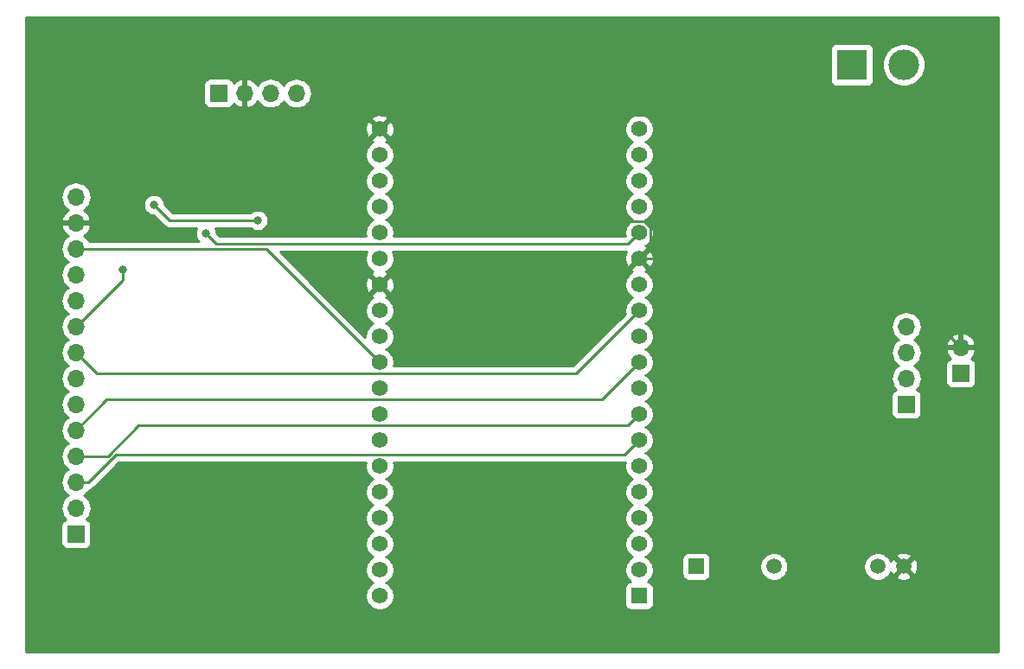
<source format=gbr>
G04 #@! TF.GenerationSoftware,KiCad,Pcbnew,5.1.4+dfsg1-1*
G04 #@! TF.CreationDate,2020-01-19T14:17:45-05:00*
G04 #@! TF.ProjectId,thermostat_master,74686572-6d6f-4737-9461-745f6d617374,rev?*
G04 #@! TF.SameCoordinates,Original*
G04 #@! TF.FileFunction,Copper,L2,Bot*
G04 #@! TF.FilePolarity,Positive*
%FSLAX46Y46*%
G04 Gerber Fmt 4.6, Leading zero omitted, Abs format (unit mm)*
G04 Created by KiCad (PCBNEW 5.1.4+dfsg1-1) date 2020-01-19 14:17:45*
%MOMM*%
%LPD*%
G04 APERTURE LIST*
%ADD10R,1.700000X1.700000*%
%ADD11O,1.700000X1.700000*%
%ADD12R,3.000000X3.000000*%
%ADD13C,3.000000*%
%ADD14C,1.508000*%
%ADD15R,1.508000X1.508000*%
%ADD16R,1.560000X1.560000*%
%ADD17C,1.560000*%
%ADD18C,0.800000*%
%ADD19C,0.250000*%
%ADD20C,0.254000*%
G04 APERTURE END LIST*
D10*
X112268000Y-97028000D03*
D11*
X112268000Y-94488000D03*
X112268000Y-91948000D03*
X112268000Y-89408000D03*
X112268000Y-86868000D03*
X112268000Y-84328000D03*
X112268000Y-81788000D03*
X112268000Y-79248000D03*
X112268000Y-76708000D03*
X112268000Y-74168000D03*
X112268000Y-71628000D03*
X112268000Y-69088000D03*
X112268000Y-66548000D03*
X112268000Y-64008000D03*
D10*
X193548000Y-84328000D03*
D11*
X193548000Y-81788000D03*
X193548000Y-79248000D03*
X193548000Y-76708000D03*
X133858000Y-53848000D03*
X131318000Y-53848000D03*
X128778000Y-53848000D03*
D10*
X126238000Y-53848000D03*
X198882000Y-81280000D03*
D11*
X198882000Y-78740000D03*
D12*
X188214000Y-51054000D03*
D13*
X193294000Y-51054000D03*
D14*
X193294000Y-100200000D03*
X190754000Y-100200000D03*
X180594000Y-100200000D03*
D15*
X172974000Y-100200000D03*
D16*
X167386000Y-103072000D03*
D17*
X167386000Y-100532000D03*
X167386000Y-57352000D03*
X167386000Y-97992000D03*
X167386000Y-95452000D03*
X167386000Y-92912000D03*
X167386000Y-90372000D03*
X167386000Y-87832000D03*
X167386000Y-85292000D03*
X167386000Y-82752000D03*
X167386000Y-80212000D03*
X167386000Y-77672000D03*
X167386000Y-75132000D03*
X167386000Y-72592000D03*
X167386000Y-70052000D03*
X167386000Y-67512000D03*
X167386000Y-64972000D03*
X167386000Y-62432000D03*
X167386000Y-59892000D03*
X141986000Y-103072000D03*
X141986000Y-100532000D03*
X141986000Y-97992000D03*
X141986000Y-95452000D03*
X141986000Y-92912000D03*
X141986000Y-90372000D03*
X141986000Y-87832000D03*
X141986000Y-85292000D03*
X141986000Y-82752000D03*
X141986000Y-80212000D03*
X141986000Y-77672000D03*
X141986000Y-75132000D03*
X141986000Y-72592000D03*
X141986000Y-70052000D03*
X141986000Y-67512000D03*
X141986000Y-64972000D03*
X141986000Y-62432000D03*
X141986000Y-59892000D03*
X141986000Y-57352000D03*
D18*
X116840000Y-71120000D03*
X124968000Y-67564000D03*
X119888000Y-64770000D03*
X130048000Y-66294000D03*
D19*
X165951001Y-89266999D02*
X166606001Y-88611999D01*
X116151082Y-89266999D02*
X165951001Y-89266999D01*
X113470081Y-91948000D02*
X116151082Y-89266999D01*
X166606001Y-88611999D02*
X167386000Y-87832000D01*
X112268000Y-91948000D02*
X113470081Y-91948000D01*
X166606001Y-86071999D02*
X167386000Y-85292000D01*
X166280999Y-86397001D02*
X166606001Y-86071999D01*
X115373671Y-89408000D02*
X118384670Y-86397001D01*
X118384670Y-86397001D02*
X166280999Y-86397001D01*
X112268000Y-89408000D02*
X115373671Y-89408000D01*
X163740999Y-83857001D02*
X166606001Y-80991999D01*
X115278999Y-83857001D02*
X163740999Y-83857001D01*
X166606001Y-80991999D02*
X167386000Y-80212000D01*
X112268000Y-86868000D02*
X115278999Y-83857001D01*
X166606001Y-75911999D02*
X167386000Y-75132000D01*
X161200999Y-81317001D02*
X166606001Y-75911999D01*
X114337001Y-81317001D02*
X161200999Y-81317001D01*
X112268000Y-79248000D02*
X114337001Y-81317001D01*
X112268000Y-76708000D02*
X116840000Y-72136000D01*
X116840000Y-72136000D02*
X116840000Y-71120000D01*
X166606001Y-68291999D02*
X167386000Y-67512000D01*
X166280999Y-68617001D02*
X166606001Y-68291999D01*
X126021001Y-68617001D02*
X166280999Y-68617001D01*
X124968000Y-67564000D02*
X126021001Y-68617001D01*
X121412000Y-66294000D02*
X119888000Y-64770000D01*
X130048000Y-66294000D02*
X121412000Y-66294000D01*
X130862000Y-69088000D02*
X141986000Y-80212000D01*
X112268000Y-69088000D02*
X130862000Y-69088000D01*
X190194000Y-70052000D02*
X198882000Y-78740000D01*
X167386000Y-70052000D02*
X190194000Y-70052000D01*
X168165999Y-69272001D02*
X167386000Y-70052000D01*
X168491001Y-66981599D02*
X168491001Y-68946999D01*
X167916401Y-66406999D02*
X168491001Y-66981599D01*
X168491001Y-68946999D02*
X168165999Y-69272001D01*
X151040999Y-66406999D02*
X167916401Y-66406999D01*
X141986000Y-57352000D02*
X151040999Y-66406999D01*
D20*
G36*
X202540001Y-108560000D02*
G01*
X107340000Y-108560000D01*
X107340000Y-69088000D01*
X110775815Y-69088000D01*
X110804487Y-69379111D01*
X110889401Y-69659034D01*
X111027294Y-69917014D01*
X111212866Y-70143134D01*
X111438986Y-70328706D01*
X111493791Y-70358000D01*
X111438986Y-70387294D01*
X111212866Y-70572866D01*
X111027294Y-70798986D01*
X110889401Y-71056966D01*
X110804487Y-71336889D01*
X110775815Y-71628000D01*
X110804487Y-71919111D01*
X110889401Y-72199034D01*
X111027294Y-72457014D01*
X111212866Y-72683134D01*
X111438986Y-72868706D01*
X111493791Y-72898000D01*
X111438986Y-72927294D01*
X111212866Y-73112866D01*
X111027294Y-73338986D01*
X110889401Y-73596966D01*
X110804487Y-73876889D01*
X110775815Y-74168000D01*
X110804487Y-74459111D01*
X110889401Y-74739034D01*
X111027294Y-74997014D01*
X111212866Y-75223134D01*
X111438986Y-75408706D01*
X111493791Y-75438000D01*
X111438986Y-75467294D01*
X111212866Y-75652866D01*
X111027294Y-75878986D01*
X110889401Y-76136966D01*
X110804487Y-76416889D01*
X110775815Y-76708000D01*
X110804487Y-76999111D01*
X110889401Y-77279034D01*
X111027294Y-77537014D01*
X111212866Y-77763134D01*
X111438986Y-77948706D01*
X111493791Y-77978000D01*
X111438986Y-78007294D01*
X111212866Y-78192866D01*
X111027294Y-78418986D01*
X110889401Y-78676966D01*
X110804487Y-78956889D01*
X110775815Y-79248000D01*
X110804487Y-79539111D01*
X110889401Y-79819034D01*
X111027294Y-80077014D01*
X111212866Y-80303134D01*
X111438986Y-80488706D01*
X111493791Y-80518000D01*
X111438986Y-80547294D01*
X111212866Y-80732866D01*
X111027294Y-80958986D01*
X110889401Y-81216966D01*
X110804487Y-81496889D01*
X110775815Y-81788000D01*
X110804487Y-82079111D01*
X110889401Y-82359034D01*
X111027294Y-82617014D01*
X111212866Y-82843134D01*
X111438986Y-83028706D01*
X111493791Y-83058000D01*
X111438986Y-83087294D01*
X111212866Y-83272866D01*
X111027294Y-83498986D01*
X110889401Y-83756966D01*
X110804487Y-84036889D01*
X110775815Y-84328000D01*
X110804487Y-84619111D01*
X110889401Y-84899034D01*
X111027294Y-85157014D01*
X111212866Y-85383134D01*
X111438986Y-85568706D01*
X111493791Y-85598000D01*
X111438986Y-85627294D01*
X111212866Y-85812866D01*
X111027294Y-86038986D01*
X110889401Y-86296966D01*
X110804487Y-86576889D01*
X110775815Y-86868000D01*
X110804487Y-87159111D01*
X110889401Y-87439034D01*
X111027294Y-87697014D01*
X111212866Y-87923134D01*
X111438986Y-88108706D01*
X111493791Y-88138000D01*
X111438986Y-88167294D01*
X111212866Y-88352866D01*
X111027294Y-88578986D01*
X110889401Y-88836966D01*
X110804487Y-89116889D01*
X110775815Y-89408000D01*
X110804487Y-89699111D01*
X110889401Y-89979034D01*
X111027294Y-90237014D01*
X111212866Y-90463134D01*
X111438986Y-90648706D01*
X111493791Y-90678000D01*
X111438986Y-90707294D01*
X111212866Y-90892866D01*
X111027294Y-91118986D01*
X110889401Y-91376966D01*
X110804487Y-91656889D01*
X110775815Y-91948000D01*
X110804487Y-92239111D01*
X110889401Y-92519034D01*
X111027294Y-92777014D01*
X111212866Y-93003134D01*
X111438986Y-93188706D01*
X111493791Y-93218000D01*
X111438986Y-93247294D01*
X111212866Y-93432866D01*
X111027294Y-93658986D01*
X110889401Y-93916966D01*
X110804487Y-94196889D01*
X110775815Y-94488000D01*
X110804487Y-94779111D01*
X110889401Y-95059034D01*
X111027294Y-95317014D01*
X111212866Y-95543134D01*
X111242687Y-95567607D01*
X111173820Y-95588498D01*
X111063506Y-95647463D01*
X110966815Y-95726815D01*
X110887463Y-95823506D01*
X110828498Y-95933820D01*
X110792188Y-96053518D01*
X110779928Y-96178000D01*
X110779928Y-97878000D01*
X110792188Y-98002482D01*
X110828498Y-98122180D01*
X110887463Y-98232494D01*
X110966815Y-98329185D01*
X111063506Y-98408537D01*
X111173820Y-98467502D01*
X111293518Y-98503812D01*
X111418000Y-98516072D01*
X113118000Y-98516072D01*
X113242482Y-98503812D01*
X113362180Y-98467502D01*
X113472494Y-98408537D01*
X113569185Y-98329185D01*
X113648537Y-98232494D01*
X113707502Y-98122180D01*
X113743812Y-98002482D01*
X113756072Y-97878000D01*
X113756072Y-96178000D01*
X113743812Y-96053518D01*
X113707502Y-95933820D01*
X113648537Y-95823506D01*
X113569185Y-95726815D01*
X113472494Y-95647463D01*
X113362180Y-95588498D01*
X113293313Y-95567607D01*
X113323134Y-95543134D01*
X113508706Y-95317014D01*
X113646599Y-95059034D01*
X113731513Y-94779111D01*
X113760185Y-94488000D01*
X113731513Y-94196889D01*
X113646599Y-93916966D01*
X113508706Y-93658986D01*
X113323134Y-93432866D01*
X113097014Y-93247294D01*
X113042209Y-93218000D01*
X113097014Y-93188706D01*
X113323134Y-93003134D01*
X113508706Y-92777014D01*
X113547716Y-92704031D01*
X113619067Y-92697003D01*
X113762328Y-92653546D01*
X113894357Y-92582974D01*
X114010082Y-92488001D01*
X114033885Y-92458997D01*
X116465884Y-90026999D01*
X140611903Y-90026999D01*
X140571000Y-90232635D01*
X140571000Y-90511365D01*
X140625377Y-90784740D01*
X140732043Y-91042254D01*
X140886897Y-91274010D01*
X141083990Y-91471103D01*
X141315746Y-91625957D01*
X141354477Y-91642000D01*
X141315746Y-91658043D01*
X141083990Y-91812897D01*
X140886897Y-92009990D01*
X140732043Y-92241746D01*
X140625377Y-92499260D01*
X140571000Y-92772635D01*
X140571000Y-93051365D01*
X140625377Y-93324740D01*
X140732043Y-93582254D01*
X140886897Y-93814010D01*
X141083990Y-94011103D01*
X141315746Y-94165957D01*
X141354477Y-94182000D01*
X141315746Y-94198043D01*
X141083990Y-94352897D01*
X140886897Y-94549990D01*
X140732043Y-94781746D01*
X140625377Y-95039260D01*
X140571000Y-95312635D01*
X140571000Y-95591365D01*
X140625377Y-95864740D01*
X140732043Y-96122254D01*
X140886897Y-96354010D01*
X141083990Y-96551103D01*
X141315746Y-96705957D01*
X141354477Y-96722000D01*
X141315746Y-96738043D01*
X141083990Y-96892897D01*
X140886897Y-97089990D01*
X140732043Y-97321746D01*
X140625377Y-97579260D01*
X140571000Y-97852635D01*
X140571000Y-98131365D01*
X140625377Y-98404740D01*
X140732043Y-98662254D01*
X140886897Y-98894010D01*
X141083990Y-99091103D01*
X141315746Y-99245957D01*
X141354477Y-99262000D01*
X141315746Y-99278043D01*
X141083990Y-99432897D01*
X140886897Y-99629990D01*
X140732043Y-99861746D01*
X140625377Y-100119260D01*
X140571000Y-100392635D01*
X140571000Y-100671365D01*
X140625377Y-100944740D01*
X140732043Y-101202254D01*
X140886897Y-101434010D01*
X141083990Y-101631103D01*
X141315746Y-101785957D01*
X141354477Y-101802000D01*
X141315746Y-101818043D01*
X141083990Y-101972897D01*
X140886897Y-102169990D01*
X140732043Y-102401746D01*
X140625377Y-102659260D01*
X140571000Y-102932635D01*
X140571000Y-103211365D01*
X140625377Y-103484740D01*
X140732043Y-103742254D01*
X140886897Y-103974010D01*
X141083990Y-104171103D01*
X141315746Y-104325957D01*
X141573260Y-104432623D01*
X141846635Y-104487000D01*
X142125365Y-104487000D01*
X142398740Y-104432623D01*
X142656254Y-104325957D01*
X142888010Y-104171103D01*
X143085103Y-103974010D01*
X143239957Y-103742254D01*
X143346623Y-103484740D01*
X143401000Y-103211365D01*
X143401000Y-102932635D01*
X143346623Y-102659260D01*
X143239957Y-102401746D01*
X143085103Y-102169990D01*
X142888010Y-101972897D01*
X142656254Y-101818043D01*
X142617523Y-101802000D01*
X142656254Y-101785957D01*
X142888010Y-101631103D01*
X143085103Y-101434010D01*
X143239957Y-101202254D01*
X143346623Y-100944740D01*
X143401000Y-100671365D01*
X143401000Y-100392635D01*
X143346623Y-100119260D01*
X143239957Y-99861746D01*
X143085103Y-99629990D01*
X142888010Y-99432897D01*
X142656254Y-99278043D01*
X142617523Y-99262000D01*
X142656254Y-99245957D01*
X142888010Y-99091103D01*
X143085103Y-98894010D01*
X143239957Y-98662254D01*
X143346623Y-98404740D01*
X143401000Y-98131365D01*
X143401000Y-97852635D01*
X143346623Y-97579260D01*
X143239957Y-97321746D01*
X143085103Y-97089990D01*
X142888010Y-96892897D01*
X142656254Y-96738043D01*
X142617523Y-96722000D01*
X142656254Y-96705957D01*
X142888010Y-96551103D01*
X143085103Y-96354010D01*
X143239957Y-96122254D01*
X143346623Y-95864740D01*
X143401000Y-95591365D01*
X143401000Y-95312635D01*
X143346623Y-95039260D01*
X143239957Y-94781746D01*
X143085103Y-94549990D01*
X142888010Y-94352897D01*
X142656254Y-94198043D01*
X142617523Y-94182000D01*
X142656254Y-94165957D01*
X142888010Y-94011103D01*
X143085103Y-93814010D01*
X143239957Y-93582254D01*
X143346623Y-93324740D01*
X143401000Y-93051365D01*
X143401000Y-92772635D01*
X143346623Y-92499260D01*
X143239957Y-92241746D01*
X143085103Y-92009990D01*
X142888010Y-91812897D01*
X142656254Y-91658043D01*
X142617523Y-91642000D01*
X142656254Y-91625957D01*
X142888010Y-91471103D01*
X143085103Y-91274010D01*
X143239957Y-91042254D01*
X143346623Y-90784740D01*
X143401000Y-90511365D01*
X143401000Y-90232635D01*
X143360097Y-90026999D01*
X165913679Y-90026999D01*
X165951001Y-90030675D01*
X165988323Y-90026999D01*
X165988334Y-90026999D01*
X166012374Y-90024631D01*
X165971000Y-90232635D01*
X165971000Y-90511365D01*
X166025377Y-90784740D01*
X166132043Y-91042254D01*
X166286897Y-91274010D01*
X166483990Y-91471103D01*
X166715746Y-91625957D01*
X166754477Y-91642000D01*
X166715746Y-91658043D01*
X166483990Y-91812897D01*
X166286897Y-92009990D01*
X166132043Y-92241746D01*
X166025377Y-92499260D01*
X165971000Y-92772635D01*
X165971000Y-93051365D01*
X166025377Y-93324740D01*
X166132043Y-93582254D01*
X166286897Y-93814010D01*
X166483990Y-94011103D01*
X166715746Y-94165957D01*
X166754477Y-94182000D01*
X166715746Y-94198043D01*
X166483990Y-94352897D01*
X166286897Y-94549990D01*
X166132043Y-94781746D01*
X166025377Y-95039260D01*
X165971000Y-95312635D01*
X165971000Y-95591365D01*
X166025377Y-95864740D01*
X166132043Y-96122254D01*
X166286897Y-96354010D01*
X166483990Y-96551103D01*
X166715746Y-96705957D01*
X166754477Y-96722000D01*
X166715746Y-96738043D01*
X166483990Y-96892897D01*
X166286897Y-97089990D01*
X166132043Y-97321746D01*
X166025377Y-97579260D01*
X165971000Y-97852635D01*
X165971000Y-98131365D01*
X166025377Y-98404740D01*
X166132043Y-98662254D01*
X166286897Y-98894010D01*
X166483990Y-99091103D01*
X166715746Y-99245957D01*
X166754477Y-99262000D01*
X166715746Y-99278043D01*
X166483990Y-99432897D01*
X166286897Y-99629990D01*
X166132043Y-99861746D01*
X166025377Y-100119260D01*
X165971000Y-100392635D01*
X165971000Y-100671365D01*
X166025377Y-100944740D01*
X166132043Y-101202254D01*
X166286897Y-101434010D01*
X166483990Y-101631103D01*
X166529436Y-101661469D01*
X166481518Y-101666188D01*
X166361820Y-101702498D01*
X166251506Y-101761463D01*
X166154815Y-101840815D01*
X166075463Y-101937506D01*
X166016498Y-102047820D01*
X165980188Y-102167518D01*
X165967928Y-102292000D01*
X165967928Y-103852000D01*
X165980188Y-103976482D01*
X166016498Y-104096180D01*
X166075463Y-104206494D01*
X166154815Y-104303185D01*
X166251506Y-104382537D01*
X166361820Y-104441502D01*
X166481518Y-104477812D01*
X166606000Y-104490072D01*
X168166000Y-104490072D01*
X168290482Y-104477812D01*
X168410180Y-104441502D01*
X168520494Y-104382537D01*
X168617185Y-104303185D01*
X168696537Y-104206494D01*
X168755502Y-104096180D01*
X168791812Y-103976482D01*
X168804072Y-103852000D01*
X168804072Y-102292000D01*
X168791812Y-102167518D01*
X168755502Y-102047820D01*
X168696537Y-101937506D01*
X168617185Y-101840815D01*
X168520494Y-101761463D01*
X168410180Y-101702498D01*
X168290482Y-101666188D01*
X168242564Y-101661469D01*
X168288010Y-101631103D01*
X168485103Y-101434010D01*
X168639957Y-101202254D01*
X168746623Y-100944740D01*
X168801000Y-100671365D01*
X168801000Y-100392635D01*
X168746623Y-100119260D01*
X168639957Y-99861746D01*
X168485103Y-99629990D01*
X168301113Y-99446000D01*
X171581928Y-99446000D01*
X171581928Y-100954000D01*
X171594188Y-101078482D01*
X171630498Y-101198180D01*
X171689463Y-101308494D01*
X171768815Y-101405185D01*
X171865506Y-101484537D01*
X171975820Y-101543502D01*
X172095518Y-101579812D01*
X172220000Y-101592072D01*
X173728000Y-101592072D01*
X173852482Y-101579812D01*
X173972180Y-101543502D01*
X174082494Y-101484537D01*
X174179185Y-101405185D01*
X174258537Y-101308494D01*
X174317502Y-101198180D01*
X174353812Y-101078482D01*
X174366072Y-100954000D01*
X174366072Y-100063195D01*
X179205000Y-100063195D01*
X179205000Y-100336805D01*
X179258378Y-100605156D01*
X179363084Y-100857938D01*
X179515093Y-101085436D01*
X179708564Y-101278907D01*
X179936062Y-101430916D01*
X180188844Y-101535622D01*
X180457195Y-101589000D01*
X180730805Y-101589000D01*
X180999156Y-101535622D01*
X181251938Y-101430916D01*
X181479436Y-101278907D01*
X181672907Y-101085436D01*
X181824916Y-100857938D01*
X181929622Y-100605156D01*
X181983000Y-100336805D01*
X181983000Y-100063195D01*
X189365000Y-100063195D01*
X189365000Y-100336805D01*
X189418378Y-100605156D01*
X189523084Y-100857938D01*
X189675093Y-101085436D01*
X189868564Y-101278907D01*
X190096062Y-101430916D01*
X190348844Y-101535622D01*
X190617195Y-101589000D01*
X190890805Y-101589000D01*
X191159156Y-101535622D01*
X191411938Y-101430916D01*
X191639436Y-101278907D01*
X191758492Y-101159851D01*
X192513754Y-101159851D01*
X192579765Y-101399127D01*
X192827426Y-101515426D01*
X193093018Y-101581174D01*
X193366334Y-101593845D01*
X193636870Y-101552951D01*
X193894229Y-101460063D01*
X194008235Y-101399127D01*
X194074246Y-101159851D01*
X193294000Y-100379605D01*
X192513754Y-101159851D01*
X191758492Y-101159851D01*
X191832907Y-101085436D01*
X191984916Y-100857938D01*
X192022242Y-100767826D01*
X192033937Y-100800229D01*
X192094873Y-100914235D01*
X192334149Y-100980246D01*
X193114395Y-100200000D01*
X193473605Y-100200000D01*
X194253851Y-100980246D01*
X194493127Y-100914235D01*
X194609426Y-100666574D01*
X194675174Y-100400982D01*
X194687845Y-100127666D01*
X194646951Y-99857130D01*
X194554063Y-99599771D01*
X194493127Y-99485765D01*
X194253851Y-99419754D01*
X193473605Y-100200000D01*
X193114395Y-100200000D01*
X192334149Y-99419754D01*
X192094873Y-99485765D01*
X192024060Y-99636563D01*
X191984916Y-99542062D01*
X191832907Y-99314564D01*
X191758492Y-99240149D01*
X192513754Y-99240149D01*
X193294000Y-100020395D01*
X194074246Y-99240149D01*
X194008235Y-99000873D01*
X193760574Y-98884574D01*
X193494982Y-98818826D01*
X193221666Y-98806155D01*
X192951130Y-98847049D01*
X192693771Y-98939937D01*
X192579765Y-99000873D01*
X192513754Y-99240149D01*
X191758492Y-99240149D01*
X191639436Y-99121093D01*
X191411938Y-98969084D01*
X191159156Y-98864378D01*
X190890805Y-98811000D01*
X190617195Y-98811000D01*
X190348844Y-98864378D01*
X190096062Y-98969084D01*
X189868564Y-99121093D01*
X189675093Y-99314564D01*
X189523084Y-99542062D01*
X189418378Y-99794844D01*
X189365000Y-100063195D01*
X181983000Y-100063195D01*
X181929622Y-99794844D01*
X181824916Y-99542062D01*
X181672907Y-99314564D01*
X181479436Y-99121093D01*
X181251938Y-98969084D01*
X180999156Y-98864378D01*
X180730805Y-98811000D01*
X180457195Y-98811000D01*
X180188844Y-98864378D01*
X179936062Y-98969084D01*
X179708564Y-99121093D01*
X179515093Y-99314564D01*
X179363084Y-99542062D01*
X179258378Y-99794844D01*
X179205000Y-100063195D01*
X174366072Y-100063195D01*
X174366072Y-99446000D01*
X174353812Y-99321518D01*
X174317502Y-99201820D01*
X174258537Y-99091506D01*
X174179185Y-98994815D01*
X174082494Y-98915463D01*
X173972180Y-98856498D01*
X173852482Y-98820188D01*
X173728000Y-98807928D01*
X172220000Y-98807928D01*
X172095518Y-98820188D01*
X171975820Y-98856498D01*
X171865506Y-98915463D01*
X171768815Y-98994815D01*
X171689463Y-99091506D01*
X171630498Y-99201820D01*
X171594188Y-99321518D01*
X171581928Y-99446000D01*
X168301113Y-99446000D01*
X168288010Y-99432897D01*
X168056254Y-99278043D01*
X168017523Y-99262000D01*
X168056254Y-99245957D01*
X168288010Y-99091103D01*
X168485103Y-98894010D01*
X168639957Y-98662254D01*
X168746623Y-98404740D01*
X168801000Y-98131365D01*
X168801000Y-97852635D01*
X168746623Y-97579260D01*
X168639957Y-97321746D01*
X168485103Y-97089990D01*
X168288010Y-96892897D01*
X168056254Y-96738043D01*
X168017523Y-96722000D01*
X168056254Y-96705957D01*
X168288010Y-96551103D01*
X168485103Y-96354010D01*
X168639957Y-96122254D01*
X168746623Y-95864740D01*
X168801000Y-95591365D01*
X168801000Y-95312635D01*
X168746623Y-95039260D01*
X168639957Y-94781746D01*
X168485103Y-94549990D01*
X168288010Y-94352897D01*
X168056254Y-94198043D01*
X168017523Y-94182000D01*
X168056254Y-94165957D01*
X168288010Y-94011103D01*
X168485103Y-93814010D01*
X168639957Y-93582254D01*
X168746623Y-93324740D01*
X168801000Y-93051365D01*
X168801000Y-92772635D01*
X168746623Y-92499260D01*
X168639957Y-92241746D01*
X168485103Y-92009990D01*
X168288010Y-91812897D01*
X168056254Y-91658043D01*
X168017523Y-91642000D01*
X168056254Y-91625957D01*
X168288010Y-91471103D01*
X168485103Y-91274010D01*
X168639957Y-91042254D01*
X168746623Y-90784740D01*
X168801000Y-90511365D01*
X168801000Y-90232635D01*
X168746623Y-89959260D01*
X168639957Y-89701746D01*
X168485103Y-89469990D01*
X168288010Y-89272897D01*
X168056254Y-89118043D01*
X168017523Y-89102000D01*
X168056254Y-89085957D01*
X168288010Y-88931103D01*
X168485103Y-88734010D01*
X168639957Y-88502254D01*
X168746623Y-88244740D01*
X168801000Y-87971365D01*
X168801000Y-87692635D01*
X168746623Y-87419260D01*
X168639957Y-87161746D01*
X168485103Y-86929990D01*
X168288010Y-86732897D01*
X168056254Y-86578043D01*
X168017523Y-86562000D01*
X168056254Y-86545957D01*
X168288010Y-86391103D01*
X168485103Y-86194010D01*
X168639957Y-85962254D01*
X168746623Y-85704740D01*
X168801000Y-85431365D01*
X168801000Y-85152635D01*
X168746623Y-84879260D01*
X168639957Y-84621746D01*
X168485103Y-84389990D01*
X168288010Y-84192897D01*
X168056254Y-84038043D01*
X168017523Y-84022000D01*
X168056254Y-84005957D01*
X168288010Y-83851103D01*
X168485103Y-83654010D01*
X168639957Y-83422254D01*
X168746623Y-83164740D01*
X168801000Y-82891365D01*
X168801000Y-82612635D01*
X168746623Y-82339260D01*
X168639957Y-82081746D01*
X168485103Y-81849990D01*
X168288010Y-81652897D01*
X168056254Y-81498043D01*
X168017523Y-81482000D01*
X168056254Y-81465957D01*
X168288010Y-81311103D01*
X168485103Y-81114010D01*
X168639957Y-80882254D01*
X168746623Y-80624740D01*
X168801000Y-80351365D01*
X168801000Y-80072635D01*
X168746623Y-79799260D01*
X168639957Y-79541746D01*
X168485103Y-79309990D01*
X168288010Y-79112897D01*
X168056254Y-78958043D01*
X168017523Y-78942000D01*
X168056254Y-78925957D01*
X168288010Y-78771103D01*
X168485103Y-78574010D01*
X168639957Y-78342254D01*
X168746623Y-78084740D01*
X168801000Y-77811365D01*
X168801000Y-77532635D01*
X168746623Y-77259260D01*
X168639957Y-77001746D01*
X168485103Y-76769990D01*
X168423113Y-76708000D01*
X192055815Y-76708000D01*
X192084487Y-76999111D01*
X192169401Y-77279034D01*
X192307294Y-77537014D01*
X192492866Y-77763134D01*
X192718986Y-77948706D01*
X192773791Y-77978000D01*
X192718986Y-78007294D01*
X192492866Y-78192866D01*
X192307294Y-78418986D01*
X192169401Y-78676966D01*
X192084487Y-78956889D01*
X192055815Y-79248000D01*
X192084487Y-79539111D01*
X192169401Y-79819034D01*
X192307294Y-80077014D01*
X192492866Y-80303134D01*
X192718986Y-80488706D01*
X192773791Y-80518000D01*
X192718986Y-80547294D01*
X192492866Y-80732866D01*
X192307294Y-80958986D01*
X192169401Y-81216966D01*
X192084487Y-81496889D01*
X192055815Y-81788000D01*
X192084487Y-82079111D01*
X192169401Y-82359034D01*
X192307294Y-82617014D01*
X192492866Y-82843134D01*
X192522687Y-82867607D01*
X192453820Y-82888498D01*
X192343506Y-82947463D01*
X192246815Y-83026815D01*
X192167463Y-83123506D01*
X192108498Y-83233820D01*
X192072188Y-83353518D01*
X192059928Y-83478000D01*
X192059928Y-85178000D01*
X192072188Y-85302482D01*
X192108498Y-85422180D01*
X192167463Y-85532494D01*
X192246815Y-85629185D01*
X192343506Y-85708537D01*
X192453820Y-85767502D01*
X192573518Y-85803812D01*
X192698000Y-85816072D01*
X194398000Y-85816072D01*
X194522482Y-85803812D01*
X194642180Y-85767502D01*
X194752494Y-85708537D01*
X194849185Y-85629185D01*
X194928537Y-85532494D01*
X194987502Y-85422180D01*
X195023812Y-85302482D01*
X195036072Y-85178000D01*
X195036072Y-83478000D01*
X195023812Y-83353518D01*
X194987502Y-83233820D01*
X194928537Y-83123506D01*
X194849185Y-83026815D01*
X194752494Y-82947463D01*
X194642180Y-82888498D01*
X194573313Y-82867607D01*
X194603134Y-82843134D01*
X194788706Y-82617014D01*
X194926599Y-82359034D01*
X195011513Y-82079111D01*
X195040185Y-81788000D01*
X195011513Y-81496889D01*
X194926599Y-81216966D01*
X194788706Y-80958986D01*
X194603134Y-80732866D01*
X194377014Y-80547294D01*
X194322209Y-80518000D01*
X194377014Y-80488706D01*
X194448547Y-80430000D01*
X197393928Y-80430000D01*
X197393928Y-82130000D01*
X197406188Y-82254482D01*
X197442498Y-82374180D01*
X197501463Y-82484494D01*
X197580815Y-82581185D01*
X197677506Y-82660537D01*
X197787820Y-82719502D01*
X197907518Y-82755812D01*
X198032000Y-82768072D01*
X199732000Y-82768072D01*
X199856482Y-82755812D01*
X199976180Y-82719502D01*
X200086494Y-82660537D01*
X200183185Y-82581185D01*
X200262537Y-82484494D01*
X200321502Y-82374180D01*
X200357812Y-82254482D01*
X200370072Y-82130000D01*
X200370072Y-80430000D01*
X200357812Y-80305518D01*
X200321502Y-80185820D01*
X200262537Y-80075506D01*
X200183185Y-79978815D01*
X200086494Y-79899463D01*
X199976180Y-79840498D01*
X199895534Y-79816034D01*
X199979588Y-79740269D01*
X200153641Y-79506920D01*
X200278825Y-79244099D01*
X200323476Y-79096890D01*
X200202155Y-78867000D01*
X199009000Y-78867000D01*
X199009000Y-78887000D01*
X198755000Y-78887000D01*
X198755000Y-78867000D01*
X197561845Y-78867000D01*
X197440524Y-79096890D01*
X197485175Y-79244099D01*
X197610359Y-79506920D01*
X197784412Y-79740269D01*
X197868466Y-79816034D01*
X197787820Y-79840498D01*
X197677506Y-79899463D01*
X197580815Y-79978815D01*
X197501463Y-80075506D01*
X197442498Y-80185820D01*
X197406188Y-80305518D01*
X197393928Y-80430000D01*
X194448547Y-80430000D01*
X194603134Y-80303134D01*
X194788706Y-80077014D01*
X194926599Y-79819034D01*
X195011513Y-79539111D01*
X195040185Y-79248000D01*
X195011513Y-78956889D01*
X194926599Y-78676966D01*
X194788706Y-78418986D01*
X194759264Y-78383110D01*
X197440524Y-78383110D01*
X197561845Y-78613000D01*
X198755000Y-78613000D01*
X198755000Y-77419186D01*
X199009000Y-77419186D01*
X199009000Y-78613000D01*
X200202155Y-78613000D01*
X200323476Y-78383110D01*
X200278825Y-78235901D01*
X200153641Y-77973080D01*
X199979588Y-77739731D01*
X199763355Y-77544822D01*
X199513252Y-77395843D01*
X199238891Y-77298519D01*
X199009000Y-77419186D01*
X198755000Y-77419186D01*
X198525109Y-77298519D01*
X198250748Y-77395843D01*
X198000645Y-77544822D01*
X197784412Y-77739731D01*
X197610359Y-77973080D01*
X197485175Y-78235901D01*
X197440524Y-78383110D01*
X194759264Y-78383110D01*
X194603134Y-78192866D01*
X194377014Y-78007294D01*
X194322209Y-77978000D01*
X194377014Y-77948706D01*
X194603134Y-77763134D01*
X194788706Y-77537014D01*
X194926599Y-77279034D01*
X195011513Y-76999111D01*
X195040185Y-76708000D01*
X195011513Y-76416889D01*
X194926599Y-76136966D01*
X194788706Y-75878986D01*
X194603134Y-75652866D01*
X194377014Y-75467294D01*
X194119034Y-75329401D01*
X193839111Y-75244487D01*
X193620950Y-75223000D01*
X193475050Y-75223000D01*
X193256889Y-75244487D01*
X192976966Y-75329401D01*
X192718986Y-75467294D01*
X192492866Y-75652866D01*
X192307294Y-75878986D01*
X192169401Y-76136966D01*
X192084487Y-76416889D01*
X192055815Y-76708000D01*
X168423113Y-76708000D01*
X168288010Y-76572897D01*
X168056254Y-76418043D01*
X168017523Y-76402000D01*
X168056254Y-76385957D01*
X168288010Y-76231103D01*
X168485103Y-76034010D01*
X168639957Y-75802254D01*
X168746623Y-75544740D01*
X168801000Y-75271365D01*
X168801000Y-74992635D01*
X168746623Y-74719260D01*
X168639957Y-74461746D01*
X168485103Y-74229990D01*
X168288010Y-74032897D01*
X168056254Y-73878043D01*
X168017523Y-73862000D01*
X168056254Y-73845957D01*
X168288010Y-73691103D01*
X168485103Y-73494010D01*
X168639957Y-73262254D01*
X168746623Y-73004740D01*
X168801000Y-72731365D01*
X168801000Y-72452635D01*
X168746623Y-72179260D01*
X168639957Y-71921746D01*
X168485103Y-71689990D01*
X168288010Y-71492897D01*
X168056254Y-71338043D01*
X168020475Y-71323223D01*
X168115655Y-71272349D01*
X168184816Y-71030421D01*
X167386000Y-70231605D01*
X166587184Y-71030421D01*
X166656345Y-71272349D01*
X166758279Y-71320425D01*
X166715746Y-71338043D01*
X166483990Y-71492897D01*
X166286897Y-71689990D01*
X166132043Y-71921746D01*
X166025377Y-72179260D01*
X165971000Y-72452635D01*
X165971000Y-72731365D01*
X166025377Y-73004740D01*
X166132043Y-73262254D01*
X166286897Y-73494010D01*
X166483990Y-73691103D01*
X166715746Y-73845957D01*
X166754477Y-73862000D01*
X166715746Y-73878043D01*
X166483990Y-74032897D01*
X166286897Y-74229990D01*
X166132043Y-74461746D01*
X166025377Y-74719260D01*
X165971000Y-74992635D01*
X165971000Y-75271365D01*
X166004320Y-75438878D01*
X160886198Y-80557001D01*
X143360097Y-80557001D01*
X143401000Y-80351365D01*
X143401000Y-80072635D01*
X143346623Y-79799260D01*
X143239957Y-79541746D01*
X143085103Y-79309990D01*
X142888010Y-79112897D01*
X142656254Y-78958043D01*
X142617523Y-78942000D01*
X142656254Y-78925957D01*
X142888010Y-78771103D01*
X143085103Y-78574010D01*
X143239957Y-78342254D01*
X143346623Y-78084740D01*
X143401000Y-77811365D01*
X143401000Y-77532635D01*
X143346623Y-77259260D01*
X143239957Y-77001746D01*
X143085103Y-76769990D01*
X142888010Y-76572897D01*
X142656254Y-76418043D01*
X142617523Y-76402000D01*
X142656254Y-76385957D01*
X142888010Y-76231103D01*
X143085103Y-76034010D01*
X143239957Y-75802254D01*
X143346623Y-75544740D01*
X143401000Y-75271365D01*
X143401000Y-74992635D01*
X143346623Y-74719260D01*
X143239957Y-74461746D01*
X143085103Y-74229990D01*
X142888010Y-74032897D01*
X142656254Y-73878043D01*
X142620475Y-73863223D01*
X142715655Y-73812349D01*
X142784816Y-73570421D01*
X141986000Y-72771605D01*
X141187184Y-73570421D01*
X141256345Y-73812349D01*
X141358279Y-73860425D01*
X141315746Y-73878043D01*
X141083990Y-74032897D01*
X140886897Y-74229990D01*
X140732043Y-74461746D01*
X140625377Y-74719260D01*
X140571000Y-74992635D01*
X140571000Y-75271365D01*
X140625377Y-75544740D01*
X140732043Y-75802254D01*
X140886897Y-76034010D01*
X141083990Y-76231103D01*
X141315746Y-76385957D01*
X141354477Y-76402000D01*
X141315746Y-76418043D01*
X141083990Y-76572897D01*
X140886897Y-76769990D01*
X140732043Y-77001746D01*
X140625377Y-77259260D01*
X140571000Y-77532635D01*
X140571000Y-77722198D01*
X135512105Y-72663303D01*
X140565943Y-72663303D01*
X140607140Y-72938972D01*
X140701325Y-73201308D01*
X140765651Y-73321655D01*
X141007579Y-73390816D01*
X141806395Y-72592000D01*
X142165605Y-72592000D01*
X142964421Y-73390816D01*
X143206349Y-73321655D01*
X143325248Y-73069557D01*
X143392681Y-72799106D01*
X143406057Y-72520697D01*
X143364860Y-72245028D01*
X143270675Y-71982692D01*
X143206349Y-71862345D01*
X142964421Y-71793184D01*
X142165605Y-72592000D01*
X141806395Y-72592000D01*
X141007579Y-71793184D01*
X140765651Y-71862345D01*
X140646752Y-72114443D01*
X140579319Y-72384894D01*
X140565943Y-72663303D01*
X135512105Y-72663303D01*
X132225802Y-69377001D01*
X140735213Y-69377001D01*
X140732043Y-69381746D01*
X140625377Y-69639260D01*
X140571000Y-69912635D01*
X140571000Y-70191365D01*
X140625377Y-70464740D01*
X140732043Y-70722254D01*
X140886897Y-70954010D01*
X141083990Y-71151103D01*
X141315746Y-71305957D01*
X141351525Y-71320777D01*
X141256345Y-71371651D01*
X141187184Y-71613579D01*
X141986000Y-72412395D01*
X142784816Y-71613579D01*
X142715655Y-71371651D01*
X142613721Y-71323575D01*
X142656254Y-71305957D01*
X142888010Y-71151103D01*
X143085103Y-70954010D01*
X143239957Y-70722254D01*
X143346623Y-70464740D01*
X143401000Y-70191365D01*
X143401000Y-69912635D01*
X143346623Y-69639260D01*
X143239957Y-69381746D01*
X143236787Y-69377001D01*
X166139873Y-69377001D01*
X166046752Y-69574443D01*
X165979319Y-69844894D01*
X165965943Y-70123303D01*
X166007140Y-70398972D01*
X166101325Y-70661308D01*
X166165651Y-70781655D01*
X166407579Y-70850816D01*
X167206395Y-70052000D01*
X167565605Y-70052000D01*
X168364421Y-70850816D01*
X168606349Y-70781655D01*
X168725248Y-70529557D01*
X168792681Y-70259106D01*
X168806057Y-69980697D01*
X168764860Y-69705028D01*
X168670675Y-69442692D01*
X168606349Y-69322345D01*
X168364421Y-69253184D01*
X167565605Y-70052000D01*
X167206395Y-70052000D01*
X167192253Y-70037858D01*
X167371858Y-69858253D01*
X167386000Y-69872395D01*
X168184816Y-69073579D01*
X168115655Y-68831651D01*
X168013721Y-68783575D01*
X168056254Y-68765957D01*
X168288010Y-68611103D01*
X168485103Y-68414010D01*
X168639957Y-68182254D01*
X168746623Y-67924740D01*
X168801000Y-67651365D01*
X168801000Y-67372635D01*
X168746623Y-67099260D01*
X168639957Y-66841746D01*
X168485103Y-66609990D01*
X168288010Y-66412897D01*
X168056254Y-66258043D01*
X168017523Y-66242000D01*
X168056254Y-66225957D01*
X168288010Y-66071103D01*
X168485103Y-65874010D01*
X168639957Y-65642254D01*
X168746623Y-65384740D01*
X168801000Y-65111365D01*
X168801000Y-64832635D01*
X168746623Y-64559260D01*
X168639957Y-64301746D01*
X168485103Y-64069990D01*
X168288010Y-63872897D01*
X168056254Y-63718043D01*
X168017523Y-63702000D01*
X168056254Y-63685957D01*
X168288010Y-63531103D01*
X168485103Y-63334010D01*
X168639957Y-63102254D01*
X168746623Y-62844740D01*
X168801000Y-62571365D01*
X168801000Y-62292635D01*
X168746623Y-62019260D01*
X168639957Y-61761746D01*
X168485103Y-61529990D01*
X168288010Y-61332897D01*
X168056254Y-61178043D01*
X168017523Y-61162000D01*
X168056254Y-61145957D01*
X168288010Y-60991103D01*
X168485103Y-60794010D01*
X168639957Y-60562254D01*
X168746623Y-60304740D01*
X168801000Y-60031365D01*
X168801000Y-59752635D01*
X168746623Y-59479260D01*
X168639957Y-59221746D01*
X168485103Y-58989990D01*
X168288010Y-58792897D01*
X168056254Y-58638043D01*
X168017523Y-58622000D01*
X168056254Y-58605957D01*
X168288010Y-58451103D01*
X168485103Y-58254010D01*
X168639957Y-58022254D01*
X168746623Y-57764740D01*
X168801000Y-57491365D01*
X168801000Y-57212635D01*
X168746623Y-56939260D01*
X168639957Y-56681746D01*
X168485103Y-56449990D01*
X168288010Y-56252897D01*
X168056254Y-56098043D01*
X167798740Y-55991377D01*
X167525365Y-55937000D01*
X167246635Y-55937000D01*
X166973260Y-55991377D01*
X166715746Y-56098043D01*
X166483990Y-56252897D01*
X166286897Y-56449990D01*
X166132043Y-56681746D01*
X166025377Y-56939260D01*
X165971000Y-57212635D01*
X165971000Y-57491365D01*
X166025377Y-57764740D01*
X166132043Y-58022254D01*
X166286897Y-58254010D01*
X166483990Y-58451103D01*
X166715746Y-58605957D01*
X166754477Y-58622000D01*
X166715746Y-58638043D01*
X166483990Y-58792897D01*
X166286897Y-58989990D01*
X166132043Y-59221746D01*
X166025377Y-59479260D01*
X165971000Y-59752635D01*
X165971000Y-60031365D01*
X166025377Y-60304740D01*
X166132043Y-60562254D01*
X166286897Y-60794010D01*
X166483990Y-60991103D01*
X166715746Y-61145957D01*
X166754477Y-61162000D01*
X166715746Y-61178043D01*
X166483990Y-61332897D01*
X166286897Y-61529990D01*
X166132043Y-61761746D01*
X166025377Y-62019260D01*
X165971000Y-62292635D01*
X165971000Y-62571365D01*
X166025377Y-62844740D01*
X166132043Y-63102254D01*
X166286897Y-63334010D01*
X166483990Y-63531103D01*
X166715746Y-63685957D01*
X166754477Y-63702000D01*
X166715746Y-63718043D01*
X166483990Y-63872897D01*
X166286897Y-64069990D01*
X166132043Y-64301746D01*
X166025377Y-64559260D01*
X165971000Y-64832635D01*
X165971000Y-65111365D01*
X166025377Y-65384740D01*
X166132043Y-65642254D01*
X166286897Y-65874010D01*
X166483990Y-66071103D01*
X166715746Y-66225957D01*
X166754477Y-66242000D01*
X166715746Y-66258043D01*
X166483990Y-66412897D01*
X166286897Y-66609990D01*
X166132043Y-66841746D01*
X166025377Y-67099260D01*
X165971000Y-67372635D01*
X165971000Y-67651365D01*
X166004320Y-67818879D01*
X165966198Y-67857001D01*
X143360097Y-67857001D01*
X143401000Y-67651365D01*
X143401000Y-67372635D01*
X143346623Y-67099260D01*
X143239957Y-66841746D01*
X143085103Y-66609990D01*
X142888010Y-66412897D01*
X142656254Y-66258043D01*
X142617523Y-66242000D01*
X142656254Y-66225957D01*
X142888010Y-66071103D01*
X143085103Y-65874010D01*
X143239957Y-65642254D01*
X143346623Y-65384740D01*
X143401000Y-65111365D01*
X143401000Y-64832635D01*
X143346623Y-64559260D01*
X143239957Y-64301746D01*
X143085103Y-64069990D01*
X142888010Y-63872897D01*
X142656254Y-63718043D01*
X142617523Y-63702000D01*
X142656254Y-63685957D01*
X142888010Y-63531103D01*
X143085103Y-63334010D01*
X143239957Y-63102254D01*
X143346623Y-62844740D01*
X143401000Y-62571365D01*
X143401000Y-62292635D01*
X143346623Y-62019260D01*
X143239957Y-61761746D01*
X143085103Y-61529990D01*
X142888010Y-61332897D01*
X142656254Y-61178043D01*
X142617523Y-61162000D01*
X142656254Y-61145957D01*
X142888010Y-60991103D01*
X143085103Y-60794010D01*
X143239957Y-60562254D01*
X143346623Y-60304740D01*
X143401000Y-60031365D01*
X143401000Y-59752635D01*
X143346623Y-59479260D01*
X143239957Y-59221746D01*
X143085103Y-58989990D01*
X142888010Y-58792897D01*
X142656254Y-58638043D01*
X142620475Y-58623223D01*
X142715655Y-58572349D01*
X142784816Y-58330421D01*
X141986000Y-57531605D01*
X141187184Y-58330421D01*
X141256345Y-58572349D01*
X141358279Y-58620425D01*
X141315746Y-58638043D01*
X141083990Y-58792897D01*
X140886897Y-58989990D01*
X140732043Y-59221746D01*
X140625377Y-59479260D01*
X140571000Y-59752635D01*
X140571000Y-60031365D01*
X140625377Y-60304740D01*
X140732043Y-60562254D01*
X140886897Y-60794010D01*
X141083990Y-60991103D01*
X141315746Y-61145957D01*
X141354477Y-61162000D01*
X141315746Y-61178043D01*
X141083990Y-61332897D01*
X140886897Y-61529990D01*
X140732043Y-61761746D01*
X140625377Y-62019260D01*
X140571000Y-62292635D01*
X140571000Y-62571365D01*
X140625377Y-62844740D01*
X140732043Y-63102254D01*
X140886897Y-63334010D01*
X141083990Y-63531103D01*
X141315746Y-63685957D01*
X141354477Y-63702000D01*
X141315746Y-63718043D01*
X141083990Y-63872897D01*
X140886897Y-64069990D01*
X140732043Y-64301746D01*
X140625377Y-64559260D01*
X140571000Y-64832635D01*
X140571000Y-65111365D01*
X140625377Y-65384740D01*
X140732043Y-65642254D01*
X140886897Y-65874010D01*
X141083990Y-66071103D01*
X141315746Y-66225957D01*
X141354477Y-66242000D01*
X141315746Y-66258043D01*
X141083990Y-66412897D01*
X140886897Y-66609990D01*
X140732043Y-66841746D01*
X140625377Y-67099260D01*
X140571000Y-67372635D01*
X140571000Y-67651365D01*
X140611903Y-67857001D01*
X126335803Y-67857001D01*
X126003000Y-67524199D01*
X126003000Y-67462061D01*
X125963226Y-67262102D01*
X125885205Y-67073744D01*
X125872013Y-67054000D01*
X129344289Y-67054000D01*
X129388226Y-67097937D01*
X129557744Y-67211205D01*
X129746102Y-67289226D01*
X129946061Y-67329000D01*
X130149939Y-67329000D01*
X130349898Y-67289226D01*
X130538256Y-67211205D01*
X130707774Y-67097937D01*
X130851937Y-66953774D01*
X130965205Y-66784256D01*
X131043226Y-66595898D01*
X131083000Y-66395939D01*
X131083000Y-66192061D01*
X131043226Y-65992102D01*
X130965205Y-65803744D01*
X130851937Y-65634226D01*
X130707774Y-65490063D01*
X130538256Y-65376795D01*
X130349898Y-65298774D01*
X130149939Y-65259000D01*
X129946061Y-65259000D01*
X129746102Y-65298774D01*
X129557744Y-65376795D01*
X129388226Y-65490063D01*
X129344289Y-65534000D01*
X121726803Y-65534000D01*
X120923000Y-64730198D01*
X120923000Y-64668061D01*
X120883226Y-64468102D01*
X120805205Y-64279744D01*
X120691937Y-64110226D01*
X120547774Y-63966063D01*
X120378256Y-63852795D01*
X120189898Y-63774774D01*
X119989939Y-63735000D01*
X119786061Y-63735000D01*
X119586102Y-63774774D01*
X119397744Y-63852795D01*
X119228226Y-63966063D01*
X119084063Y-64110226D01*
X118970795Y-64279744D01*
X118892774Y-64468102D01*
X118853000Y-64668061D01*
X118853000Y-64871939D01*
X118892774Y-65071898D01*
X118970795Y-65260256D01*
X119084063Y-65429774D01*
X119228226Y-65573937D01*
X119397744Y-65687205D01*
X119586102Y-65765226D01*
X119786061Y-65805000D01*
X119848198Y-65805000D01*
X120848205Y-66805008D01*
X120871999Y-66834001D01*
X120900992Y-66857795D01*
X120900996Y-66857799D01*
X120971685Y-66915811D01*
X120987724Y-66928974D01*
X121119753Y-66999546D01*
X121263014Y-67043003D01*
X121374667Y-67054000D01*
X121374676Y-67054000D01*
X121411999Y-67057676D01*
X121449322Y-67054000D01*
X124063987Y-67054000D01*
X124050795Y-67073744D01*
X123972774Y-67262102D01*
X123933000Y-67462061D01*
X123933000Y-67665939D01*
X123972774Y-67865898D01*
X124050795Y-68054256D01*
X124164063Y-68223774D01*
X124268289Y-68328000D01*
X113545595Y-68328000D01*
X113508706Y-68258986D01*
X113323134Y-68032866D01*
X113097014Y-67847294D01*
X113032477Y-67812799D01*
X113149355Y-67743178D01*
X113365588Y-67548269D01*
X113539641Y-67314920D01*
X113664825Y-67052099D01*
X113709476Y-66904890D01*
X113588155Y-66675000D01*
X112395000Y-66675000D01*
X112395000Y-66695000D01*
X112141000Y-66695000D01*
X112141000Y-66675000D01*
X110947845Y-66675000D01*
X110826524Y-66904890D01*
X110871175Y-67052099D01*
X110996359Y-67314920D01*
X111170412Y-67548269D01*
X111386645Y-67743178D01*
X111503523Y-67812799D01*
X111438986Y-67847294D01*
X111212866Y-68032866D01*
X111027294Y-68258986D01*
X110889401Y-68516966D01*
X110804487Y-68796889D01*
X110775815Y-69088000D01*
X107340000Y-69088000D01*
X107340000Y-64008000D01*
X110775815Y-64008000D01*
X110804487Y-64299111D01*
X110889401Y-64579034D01*
X111027294Y-64837014D01*
X111212866Y-65063134D01*
X111438986Y-65248706D01*
X111503523Y-65283201D01*
X111386645Y-65352822D01*
X111170412Y-65547731D01*
X110996359Y-65781080D01*
X110871175Y-66043901D01*
X110826524Y-66191110D01*
X110947845Y-66421000D01*
X112141000Y-66421000D01*
X112141000Y-66401000D01*
X112395000Y-66401000D01*
X112395000Y-66421000D01*
X113588155Y-66421000D01*
X113709476Y-66191110D01*
X113664825Y-66043901D01*
X113539641Y-65781080D01*
X113365588Y-65547731D01*
X113149355Y-65352822D01*
X113032477Y-65283201D01*
X113097014Y-65248706D01*
X113323134Y-65063134D01*
X113508706Y-64837014D01*
X113646599Y-64579034D01*
X113731513Y-64299111D01*
X113760185Y-64008000D01*
X113731513Y-63716889D01*
X113646599Y-63436966D01*
X113508706Y-63178986D01*
X113323134Y-62952866D01*
X113097014Y-62767294D01*
X112839034Y-62629401D01*
X112559111Y-62544487D01*
X112340950Y-62523000D01*
X112195050Y-62523000D01*
X111976889Y-62544487D01*
X111696966Y-62629401D01*
X111438986Y-62767294D01*
X111212866Y-62952866D01*
X111027294Y-63178986D01*
X110889401Y-63436966D01*
X110804487Y-63716889D01*
X110775815Y-64008000D01*
X107340000Y-64008000D01*
X107340000Y-57423303D01*
X140565943Y-57423303D01*
X140607140Y-57698972D01*
X140701325Y-57961308D01*
X140765651Y-58081655D01*
X141007579Y-58150816D01*
X141806395Y-57352000D01*
X142165605Y-57352000D01*
X142964421Y-58150816D01*
X143206349Y-58081655D01*
X143325248Y-57829557D01*
X143392681Y-57559106D01*
X143406057Y-57280697D01*
X143364860Y-57005028D01*
X143270675Y-56742692D01*
X143206349Y-56622345D01*
X142964421Y-56553184D01*
X142165605Y-57352000D01*
X141806395Y-57352000D01*
X141007579Y-56553184D01*
X140765651Y-56622345D01*
X140646752Y-56874443D01*
X140579319Y-57144894D01*
X140565943Y-57423303D01*
X107340000Y-57423303D01*
X107340000Y-56373579D01*
X141187184Y-56373579D01*
X141986000Y-57172395D01*
X142784816Y-56373579D01*
X142715655Y-56131651D01*
X142463557Y-56012752D01*
X142193106Y-55945319D01*
X141914697Y-55931943D01*
X141639028Y-55973140D01*
X141376692Y-56067325D01*
X141256345Y-56131651D01*
X141187184Y-56373579D01*
X107340000Y-56373579D01*
X107340000Y-52998000D01*
X124749928Y-52998000D01*
X124749928Y-54698000D01*
X124762188Y-54822482D01*
X124798498Y-54942180D01*
X124857463Y-55052494D01*
X124936815Y-55149185D01*
X125033506Y-55228537D01*
X125143820Y-55287502D01*
X125263518Y-55323812D01*
X125388000Y-55336072D01*
X127088000Y-55336072D01*
X127212482Y-55323812D01*
X127332180Y-55287502D01*
X127442494Y-55228537D01*
X127539185Y-55149185D01*
X127618537Y-55052494D01*
X127677502Y-54942180D01*
X127701966Y-54861534D01*
X127777731Y-54945588D01*
X128011080Y-55119641D01*
X128273901Y-55244825D01*
X128421110Y-55289476D01*
X128651000Y-55168155D01*
X128651000Y-53975000D01*
X128631000Y-53975000D01*
X128631000Y-53721000D01*
X128651000Y-53721000D01*
X128651000Y-52527845D01*
X128905000Y-52527845D01*
X128905000Y-53721000D01*
X128925000Y-53721000D01*
X128925000Y-53975000D01*
X128905000Y-53975000D01*
X128905000Y-55168155D01*
X129134890Y-55289476D01*
X129282099Y-55244825D01*
X129544920Y-55119641D01*
X129778269Y-54945588D01*
X129973178Y-54729355D01*
X130042799Y-54612477D01*
X130077294Y-54677014D01*
X130262866Y-54903134D01*
X130488986Y-55088706D01*
X130746966Y-55226599D01*
X131026889Y-55311513D01*
X131245050Y-55333000D01*
X131390950Y-55333000D01*
X131609111Y-55311513D01*
X131889034Y-55226599D01*
X132147014Y-55088706D01*
X132373134Y-54903134D01*
X132558706Y-54677014D01*
X132588000Y-54622209D01*
X132617294Y-54677014D01*
X132802866Y-54903134D01*
X133028986Y-55088706D01*
X133286966Y-55226599D01*
X133566889Y-55311513D01*
X133785050Y-55333000D01*
X133930950Y-55333000D01*
X134149111Y-55311513D01*
X134429034Y-55226599D01*
X134687014Y-55088706D01*
X134913134Y-54903134D01*
X135098706Y-54677014D01*
X135236599Y-54419034D01*
X135321513Y-54139111D01*
X135350185Y-53848000D01*
X135321513Y-53556889D01*
X135236599Y-53276966D01*
X135098706Y-53018986D01*
X134913134Y-52792866D01*
X134687014Y-52607294D01*
X134429034Y-52469401D01*
X134149111Y-52384487D01*
X133930950Y-52363000D01*
X133785050Y-52363000D01*
X133566889Y-52384487D01*
X133286966Y-52469401D01*
X133028986Y-52607294D01*
X132802866Y-52792866D01*
X132617294Y-53018986D01*
X132588000Y-53073791D01*
X132558706Y-53018986D01*
X132373134Y-52792866D01*
X132147014Y-52607294D01*
X131889034Y-52469401D01*
X131609111Y-52384487D01*
X131390950Y-52363000D01*
X131245050Y-52363000D01*
X131026889Y-52384487D01*
X130746966Y-52469401D01*
X130488986Y-52607294D01*
X130262866Y-52792866D01*
X130077294Y-53018986D01*
X130042799Y-53083523D01*
X129973178Y-52966645D01*
X129778269Y-52750412D01*
X129544920Y-52576359D01*
X129282099Y-52451175D01*
X129134890Y-52406524D01*
X128905000Y-52527845D01*
X128651000Y-52527845D01*
X128421110Y-52406524D01*
X128273901Y-52451175D01*
X128011080Y-52576359D01*
X127777731Y-52750412D01*
X127701966Y-52834466D01*
X127677502Y-52753820D01*
X127618537Y-52643506D01*
X127539185Y-52546815D01*
X127442494Y-52467463D01*
X127332180Y-52408498D01*
X127212482Y-52372188D01*
X127088000Y-52359928D01*
X125388000Y-52359928D01*
X125263518Y-52372188D01*
X125143820Y-52408498D01*
X125033506Y-52467463D01*
X124936815Y-52546815D01*
X124857463Y-52643506D01*
X124798498Y-52753820D01*
X124762188Y-52873518D01*
X124749928Y-52998000D01*
X107340000Y-52998000D01*
X107340000Y-49554000D01*
X186075928Y-49554000D01*
X186075928Y-52554000D01*
X186088188Y-52678482D01*
X186124498Y-52798180D01*
X186183463Y-52908494D01*
X186262815Y-53005185D01*
X186359506Y-53084537D01*
X186469820Y-53143502D01*
X186589518Y-53179812D01*
X186714000Y-53192072D01*
X189714000Y-53192072D01*
X189838482Y-53179812D01*
X189958180Y-53143502D01*
X190068494Y-53084537D01*
X190165185Y-53005185D01*
X190244537Y-52908494D01*
X190303502Y-52798180D01*
X190339812Y-52678482D01*
X190352072Y-52554000D01*
X190352072Y-50843721D01*
X191159000Y-50843721D01*
X191159000Y-51264279D01*
X191241047Y-51676756D01*
X191401988Y-52065302D01*
X191635637Y-52414983D01*
X191933017Y-52712363D01*
X192282698Y-52946012D01*
X192671244Y-53106953D01*
X193083721Y-53189000D01*
X193504279Y-53189000D01*
X193916756Y-53106953D01*
X194305302Y-52946012D01*
X194654983Y-52712363D01*
X194952363Y-52414983D01*
X195186012Y-52065302D01*
X195346953Y-51676756D01*
X195429000Y-51264279D01*
X195429000Y-50843721D01*
X195346953Y-50431244D01*
X195186012Y-50042698D01*
X194952363Y-49693017D01*
X194654983Y-49395637D01*
X194305302Y-49161988D01*
X193916756Y-49001047D01*
X193504279Y-48919000D01*
X193083721Y-48919000D01*
X192671244Y-49001047D01*
X192282698Y-49161988D01*
X191933017Y-49395637D01*
X191635637Y-49693017D01*
X191401988Y-50042698D01*
X191241047Y-50431244D01*
X191159000Y-50843721D01*
X190352072Y-50843721D01*
X190352072Y-49554000D01*
X190339812Y-49429518D01*
X190303502Y-49309820D01*
X190244537Y-49199506D01*
X190165185Y-49102815D01*
X190068494Y-49023463D01*
X189958180Y-48964498D01*
X189838482Y-48928188D01*
X189714000Y-48915928D01*
X186714000Y-48915928D01*
X186589518Y-48928188D01*
X186469820Y-48964498D01*
X186359506Y-49023463D01*
X186262815Y-49102815D01*
X186183463Y-49199506D01*
X186124498Y-49309820D01*
X186088188Y-49429518D01*
X186075928Y-49554000D01*
X107340000Y-49554000D01*
X107340000Y-46380000D01*
X202540000Y-46380000D01*
X202540001Y-108560000D01*
X202540001Y-108560000D01*
G37*
X202540001Y-108560000D02*
X107340000Y-108560000D01*
X107340000Y-69088000D01*
X110775815Y-69088000D01*
X110804487Y-69379111D01*
X110889401Y-69659034D01*
X111027294Y-69917014D01*
X111212866Y-70143134D01*
X111438986Y-70328706D01*
X111493791Y-70358000D01*
X111438986Y-70387294D01*
X111212866Y-70572866D01*
X111027294Y-70798986D01*
X110889401Y-71056966D01*
X110804487Y-71336889D01*
X110775815Y-71628000D01*
X110804487Y-71919111D01*
X110889401Y-72199034D01*
X111027294Y-72457014D01*
X111212866Y-72683134D01*
X111438986Y-72868706D01*
X111493791Y-72898000D01*
X111438986Y-72927294D01*
X111212866Y-73112866D01*
X111027294Y-73338986D01*
X110889401Y-73596966D01*
X110804487Y-73876889D01*
X110775815Y-74168000D01*
X110804487Y-74459111D01*
X110889401Y-74739034D01*
X111027294Y-74997014D01*
X111212866Y-75223134D01*
X111438986Y-75408706D01*
X111493791Y-75438000D01*
X111438986Y-75467294D01*
X111212866Y-75652866D01*
X111027294Y-75878986D01*
X110889401Y-76136966D01*
X110804487Y-76416889D01*
X110775815Y-76708000D01*
X110804487Y-76999111D01*
X110889401Y-77279034D01*
X111027294Y-77537014D01*
X111212866Y-77763134D01*
X111438986Y-77948706D01*
X111493791Y-77978000D01*
X111438986Y-78007294D01*
X111212866Y-78192866D01*
X111027294Y-78418986D01*
X110889401Y-78676966D01*
X110804487Y-78956889D01*
X110775815Y-79248000D01*
X110804487Y-79539111D01*
X110889401Y-79819034D01*
X111027294Y-80077014D01*
X111212866Y-80303134D01*
X111438986Y-80488706D01*
X111493791Y-80518000D01*
X111438986Y-80547294D01*
X111212866Y-80732866D01*
X111027294Y-80958986D01*
X110889401Y-81216966D01*
X110804487Y-81496889D01*
X110775815Y-81788000D01*
X110804487Y-82079111D01*
X110889401Y-82359034D01*
X111027294Y-82617014D01*
X111212866Y-82843134D01*
X111438986Y-83028706D01*
X111493791Y-83058000D01*
X111438986Y-83087294D01*
X111212866Y-83272866D01*
X111027294Y-83498986D01*
X110889401Y-83756966D01*
X110804487Y-84036889D01*
X110775815Y-84328000D01*
X110804487Y-84619111D01*
X110889401Y-84899034D01*
X111027294Y-85157014D01*
X111212866Y-85383134D01*
X111438986Y-85568706D01*
X111493791Y-85598000D01*
X111438986Y-85627294D01*
X111212866Y-85812866D01*
X111027294Y-86038986D01*
X110889401Y-86296966D01*
X110804487Y-86576889D01*
X110775815Y-86868000D01*
X110804487Y-87159111D01*
X110889401Y-87439034D01*
X111027294Y-87697014D01*
X111212866Y-87923134D01*
X111438986Y-88108706D01*
X111493791Y-88138000D01*
X111438986Y-88167294D01*
X111212866Y-88352866D01*
X111027294Y-88578986D01*
X110889401Y-88836966D01*
X110804487Y-89116889D01*
X110775815Y-89408000D01*
X110804487Y-89699111D01*
X110889401Y-89979034D01*
X111027294Y-90237014D01*
X111212866Y-90463134D01*
X111438986Y-90648706D01*
X111493791Y-90678000D01*
X111438986Y-90707294D01*
X111212866Y-90892866D01*
X111027294Y-91118986D01*
X110889401Y-91376966D01*
X110804487Y-91656889D01*
X110775815Y-91948000D01*
X110804487Y-92239111D01*
X110889401Y-92519034D01*
X111027294Y-92777014D01*
X111212866Y-93003134D01*
X111438986Y-93188706D01*
X111493791Y-93218000D01*
X111438986Y-93247294D01*
X111212866Y-93432866D01*
X111027294Y-93658986D01*
X110889401Y-93916966D01*
X110804487Y-94196889D01*
X110775815Y-94488000D01*
X110804487Y-94779111D01*
X110889401Y-95059034D01*
X111027294Y-95317014D01*
X111212866Y-95543134D01*
X111242687Y-95567607D01*
X111173820Y-95588498D01*
X111063506Y-95647463D01*
X110966815Y-95726815D01*
X110887463Y-95823506D01*
X110828498Y-95933820D01*
X110792188Y-96053518D01*
X110779928Y-96178000D01*
X110779928Y-97878000D01*
X110792188Y-98002482D01*
X110828498Y-98122180D01*
X110887463Y-98232494D01*
X110966815Y-98329185D01*
X111063506Y-98408537D01*
X111173820Y-98467502D01*
X111293518Y-98503812D01*
X111418000Y-98516072D01*
X113118000Y-98516072D01*
X113242482Y-98503812D01*
X113362180Y-98467502D01*
X113472494Y-98408537D01*
X113569185Y-98329185D01*
X113648537Y-98232494D01*
X113707502Y-98122180D01*
X113743812Y-98002482D01*
X113756072Y-97878000D01*
X113756072Y-96178000D01*
X113743812Y-96053518D01*
X113707502Y-95933820D01*
X113648537Y-95823506D01*
X113569185Y-95726815D01*
X113472494Y-95647463D01*
X113362180Y-95588498D01*
X113293313Y-95567607D01*
X113323134Y-95543134D01*
X113508706Y-95317014D01*
X113646599Y-95059034D01*
X113731513Y-94779111D01*
X113760185Y-94488000D01*
X113731513Y-94196889D01*
X113646599Y-93916966D01*
X113508706Y-93658986D01*
X113323134Y-93432866D01*
X113097014Y-93247294D01*
X113042209Y-93218000D01*
X113097014Y-93188706D01*
X113323134Y-93003134D01*
X113508706Y-92777014D01*
X113547716Y-92704031D01*
X113619067Y-92697003D01*
X113762328Y-92653546D01*
X113894357Y-92582974D01*
X114010082Y-92488001D01*
X114033885Y-92458997D01*
X116465884Y-90026999D01*
X140611903Y-90026999D01*
X140571000Y-90232635D01*
X140571000Y-90511365D01*
X140625377Y-90784740D01*
X140732043Y-91042254D01*
X140886897Y-91274010D01*
X141083990Y-91471103D01*
X141315746Y-91625957D01*
X141354477Y-91642000D01*
X141315746Y-91658043D01*
X141083990Y-91812897D01*
X140886897Y-92009990D01*
X140732043Y-92241746D01*
X140625377Y-92499260D01*
X140571000Y-92772635D01*
X140571000Y-93051365D01*
X140625377Y-93324740D01*
X140732043Y-93582254D01*
X140886897Y-93814010D01*
X141083990Y-94011103D01*
X141315746Y-94165957D01*
X141354477Y-94182000D01*
X141315746Y-94198043D01*
X141083990Y-94352897D01*
X140886897Y-94549990D01*
X140732043Y-94781746D01*
X140625377Y-95039260D01*
X140571000Y-95312635D01*
X140571000Y-95591365D01*
X140625377Y-95864740D01*
X140732043Y-96122254D01*
X140886897Y-96354010D01*
X141083990Y-96551103D01*
X141315746Y-96705957D01*
X141354477Y-96722000D01*
X141315746Y-96738043D01*
X141083990Y-96892897D01*
X140886897Y-97089990D01*
X140732043Y-97321746D01*
X140625377Y-97579260D01*
X140571000Y-97852635D01*
X140571000Y-98131365D01*
X140625377Y-98404740D01*
X140732043Y-98662254D01*
X140886897Y-98894010D01*
X141083990Y-99091103D01*
X141315746Y-99245957D01*
X141354477Y-99262000D01*
X141315746Y-99278043D01*
X141083990Y-99432897D01*
X140886897Y-99629990D01*
X140732043Y-99861746D01*
X140625377Y-100119260D01*
X140571000Y-100392635D01*
X140571000Y-100671365D01*
X140625377Y-100944740D01*
X140732043Y-101202254D01*
X140886897Y-101434010D01*
X141083990Y-101631103D01*
X141315746Y-101785957D01*
X141354477Y-101802000D01*
X141315746Y-101818043D01*
X141083990Y-101972897D01*
X140886897Y-102169990D01*
X140732043Y-102401746D01*
X140625377Y-102659260D01*
X140571000Y-102932635D01*
X140571000Y-103211365D01*
X140625377Y-103484740D01*
X140732043Y-103742254D01*
X140886897Y-103974010D01*
X141083990Y-104171103D01*
X141315746Y-104325957D01*
X141573260Y-104432623D01*
X141846635Y-104487000D01*
X142125365Y-104487000D01*
X142398740Y-104432623D01*
X142656254Y-104325957D01*
X142888010Y-104171103D01*
X143085103Y-103974010D01*
X143239957Y-103742254D01*
X143346623Y-103484740D01*
X143401000Y-103211365D01*
X143401000Y-102932635D01*
X143346623Y-102659260D01*
X143239957Y-102401746D01*
X143085103Y-102169990D01*
X142888010Y-101972897D01*
X142656254Y-101818043D01*
X142617523Y-101802000D01*
X142656254Y-101785957D01*
X142888010Y-101631103D01*
X143085103Y-101434010D01*
X143239957Y-101202254D01*
X143346623Y-100944740D01*
X143401000Y-100671365D01*
X143401000Y-100392635D01*
X143346623Y-100119260D01*
X143239957Y-99861746D01*
X143085103Y-99629990D01*
X142888010Y-99432897D01*
X142656254Y-99278043D01*
X142617523Y-99262000D01*
X142656254Y-99245957D01*
X142888010Y-99091103D01*
X143085103Y-98894010D01*
X143239957Y-98662254D01*
X143346623Y-98404740D01*
X143401000Y-98131365D01*
X143401000Y-97852635D01*
X143346623Y-97579260D01*
X143239957Y-97321746D01*
X143085103Y-97089990D01*
X142888010Y-96892897D01*
X142656254Y-96738043D01*
X142617523Y-96722000D01*
X142656254Y-96705957D01*
X142888010Y-96551103D01*
X143085103Y-96354010D01*
X143239957Y-96122254D01*
X143346623Y-95864740D01*
X143401000Y-95591365D01*
X143401000Y-95312635D01*
X143346623Y-95039260D01*
X143239957Y-94781746D01*
X143085103Y-94549990D01*
X142888010Y-94352897D01*
X142656254Y-94198043D01*
X142617523Y-94182000D01*
X142656254Y-94165957D01*
X142888010Y-94011103D01*
X143085103Y-93814010D01*
X143239957Y-93582254D01*
X143346623Y-93324740D01*
X143401000Y-93051365D01*
X143401000Y-92772635D01*
X143346623Y-92499260D01*
X143239957Y-92241746D01*
X143085103Y-92009990D01*
X142888010Y-91812897D01*
X142656254Y-91658043D01*
X142617523Y-91642000D01*
X142656254Y-91625957D01*
X142888010Y-91471103D01*
X143085103Y-91274010D01*
X143239957Y-91042254D01*
X143346623Y-90784740D01*
X143401000Y-90511365D01*
X143401000Y-90232635D01*
X143360097Y-90026999D01*
X165913679Y-90026999D01*
X165951001Y-90030675D01*
X165988323Y-90026999D01*
X165988334Y-90026999D01*
X166012374Y-90024631D01*
X165971000Y-90232635D01*
X165971000Y-90511365D01*
X166025377Y-90784740D01*
X166132043Y-91042254D01*
X166286897Y-91274010D01*
X166483990Y-91471103D01*
X166715746Y-91625957D01*
X166754477Y-91642000D01*
X166715746Y-91658043D01*
X166483990Y-91812897D01*
X166286897Y-92009990D01*
X166132043Y-92241746D01*
X166025377Y-92499260D01*
X165971000Y-92772635D01*
X165971000Y-93051365D01*
X166025377Y-93324740D01*
X166132043Y-93582254D01*
X166286897Y-93814010D01*
X166483990Y-94011103D01*
X166715746Y-94165957D01*
X166754477Y-94182000D01*
X166715746Y-94198043D01*
X166483990Y-94352897D01*
X166286897Y-94549990D01*
X166132043Y-94781746D01*
X166025377Y-95039260D01*
X165971000Y-95312635D01*
X165971000Y-95591365D01*
X166025377Y-95864740D01*
X166132043Y-96122254D01*
X166286897Y-96354010D01*
X166483990Y-96551103D01*
X166715746Y-96705957D01*
X166754477Y-96722000D01*
X166715746Y-96738043D01*
X166483990Y-96892897D01*
X166286897Y-97089990D01*
X166132043Y-97321746D01*
X166025377Y-97579260D01*
X165971000Y-97852635D01*
X165971000Y-98131365D01*
X166025377Y-98404740D01*
X166132043Y-98662254D01*
X166286897Y-98894010D01*
X166483990Y-99091103D01*
X166715746Y-99245957D01*
X166754477Y-99262000D01*
X166715746Y-99278043D01*
X166483990Y-99432897D01*
X166286897Y-99629990D01*
X166132043Y-99861746D01*
X166025377Y-100119260D01*
X165971000Y-100392635D01*
X165971000Y-100671365D01*
X166025377Y-100944740D01*
X166132043Y-101202254D01*
X166286897Y-101434010D01*
X166483990Y-101631103D01*
X166529436Y-101661469D01*
X166481518Y-101666188D01*
X166361820Y-101702498D01*
X166251506Y-101761463D01*
X166154815Y-101840815D01*
X166075463Y-101937506D01*
X166016498Y-102047820D01*
X165980188Y-102167518D01*
X165967928Y-102292000D01*
X165967928Y-103852000D01*
X165980188Y-103976482D01*
X166016498Y-104096180D01*
X166075463Y-104206494D01*
X166154815Y-104303185D01*
X166251506Y-104382537D01*
X166361820Y-104441502D01*
X166481518Y-104477812D01*
X166606000Y-104490072D01*
X168166000Y-104490072D01*
X168290482Y-104477812D01*
X168410180Y-104441502D01*
X168520494Y-104382537D01*
X168617185Y-104303185D01*
X168696537Y-104206494D01*
X168755502Y-104096180D01*
X168791812Y-103976482D01*
X168804072Y-103852000D01*
X168804072Y-102292000D01*
X168791812Y-102167518D01*
X168755502Y-102047820D01*
X168696537Y-101937506D01*
X168617185Y-101840815D01*
X168520494Y-101761463D01*
X168410180Y-101702498D01*
X168290482Y-101666188D01*
X168242564Y-101661469D01*
X168288010Y-101631103D01*
X168485103Y-101434010D01*
X168639957Y-101202254D01*
X168746623Y-100944740D01*
X168801000Y-100671365D01*
X168801000Y-100392635D01*
X168746623Y-100119260D01*
X168639957Y-99861746D01*
X168485103Y-99629990D01*
X168301113Y-99446000D01*
X171581928Y-99446000D01*
X171581928Y-100954000D01*
X171594188Y-101078482D01*
X171630498Y-101198180D01*
X171689463Y-101308494D01*
X171768815Y-101405185D01*
X171865506Y-101484537D01*
X171975820Y-101543502D01*
X172095518Y-101579812D01*
X172220000Y-101592072D01*
X173728000Y-101592072D01*
X173852482Y-101579812D01*
X173972180Y-101543502D01*
X174082494Y-101484537D01*
X174179185Y-101405185D01*
X174258537Y-101308494D01*
X174317502Y-101198180D01*
X174353812Y-101078482D01*
X174366072Y-100954000D01*
X174366072Y-100063195D01*
X179205000Y-100063195D01*
X179205000Y-100336805D01*
X179258378Y-100605156D01*
X179363084Y-100857938D01*
X179515093Y-101085436D01*
X179708564Y-101278907D01*
X179936062Y-101430916D01*
X180188844Y-101535622D01*
X180457195Y-101589000D01*
X180730805Y-101589000D01*
X180999156Y-101535622D01*
X181251938Y-101430916D01*
X181479436Y-101278907D01*
X181672907Y-101085436D01*
X181824916Y-100857938D01*
X181929622Y-100605156D01*
X181983000Y-100336805D01*
X181983000Y-100063195D01*
X189365000Y-100063195D01*
X189365000Y-100336805D01*
X189418378Y-100605156D01*
X189523084Y-100857938D01*
X189675093Y-101085436D01*
X189868564Y-101278907D01*
X190096062Y-101430916D01*
X190348844Y-101535622D01*
X190617195Y-101589000D01*
X190890805Y-101589000D01*
X191159156Y-101535622D01*
X191411938Y-101430916D01*
X191639436Y-101278907D01*
X191758492Y-101159851D01*
X192513754Y-101159851D01*
X192579765Y-101399127D01*
X192827426Y-101515426D01*
X193093018Y-101581174D01*
X193366334Y-101593845D01*
X193636870Y-101552951D01*
X193894229Y-101460063D01*
X194008235Y-101399127D01*
X194074246Y-101159851D01*
X193294000Y-100379605D01*
X192513754Y-101159851D01*
X191758492Y-101159851D01*
X191832907Y-101085436D01*
X191984916Y-100857938D01*
X192022242Y-100767826D01*
X192033937Y-100800229D01*
X192094873Y-100914235D01*
X192334149Y-100980246D01*
X193114395Y-100200000D01*
X193473605Y-100200000D01*
X194253851Y-100980246D01*
X194493127Y-100914235D01*
X194609426Y-100666574D01*
X194675174Y-100400982D01*
X194687845Y-100127666D01*
X194646951Y-99857130D01*
X194554063Y-99599771D01*
X194493127Y-99485765D01*
X194253851Y-99419754D01*
X193473605Y-100200000D01*
X193114395Y-100200000D01*
X192334149Y-99419754D01*
X192094873Y-99485765D01*
X192024060Y-99636563D01*
X191984916Y-99542062D01*
X191832907Y-99314564D01*
X191758492Y-99240149D01*
X192513754Y-99240149D01*
X193294000Y-100020395D01*
X194074246Y-99240149D01*
X194008235Y-99000873D01*
X193760574Y-98884574D01*
X193494982Y-98818826D01*
X193221666Y-98806155D01*
X192951130Y-98847049D01*
X192693771Y-98939937D01*
X192579765Y-99000873D01*
X192513754Y-99240149D01*
X191758492Y-99240149D01*
X191639436Y-99121093D01*
X191411938Y-98969084D01*
X191159156Y-98864378D01*
X190890805Y-98811000D01*
X190617195Y-98811000D01*
X190348844Y-98864378D01*
X190096062Y-98969084D01*
X189868564Y-99121093D01*
X189675093Y-99314564D01*
X189523084Y-99542062D01*
X189418378Y-99794844D01*
X189365000Y-100063195D01*
X181983000Y-100063195D01*
X181929622Y-99794844D01*
X181824916Y-99542062D01*
X181672907Y-99314564D01*
X181479436Y-99121093D01*
X181251938Y-98969084D01*
X180999156Y-98864378D01*
X180730805Y-98811000D01*
X180457195Y-98811000D01*
X180188844Y-98864378D01*
X179936062Y-98969084D01*
X179708564Y-99121093D01*
X179515093Y-99314564D01*
X179363084Y-99542062D01*
X179258378Y-99794844D01*
X179205000Y-100063195D01*
X174366072Y-100063195D01*
X174366072Y-99446000D01*
X174353812Y-99321518D01*
X174317502Y-99201820D01*
X174258537Y-99091506D01*
X174179185Y-98994815D01*
X174082494Y-98915463D01*
X173972180Y-98856498D01*
X173852482Y-98820188D01*
X173728000Y-98807928D01*
X172220000Y-98807928D01*
X172095518Y-98820188D01*
X171975820Y-98856498D01*
X171865506Y-98915463D01*
X171768815Y-98994815D01*
X171689463Y-99091506D01*
X171630498Y-99201820D01*
X171594188Y-99321518D01*
X171581928Y-99446000D01*
X168301113Y-99446000D01*
X168288010Y-99432897D01*
X168056254Y-99278043D01*
X168017523Y-99262000D01*
X168056254Y-99245957D01*
X168288010Y-99091103D01*
X168485103Y-98894010D01*
X168639957Y-98662254D01*
X168746623Y-98404740D01*
X168801000Y-98131365D01*
X168801000Y-97852635D01*
X168746623Y-97579260D01*
X168639957Y-97321746D01*
X168485103Y-97089990D01*
X168288010Y-96892897D01*
X168056254Y-96738043D01*
X168017523Y-96722000D01*
X168056254Y-96705957D01*
X168288010Y-96551103D01*
X168485103Y-96354010D01*
X168639957Y-96122254D01*
X168746623Y-95864740D01*
X168801000Y-95591365D01*
X168801000Y-95312635D01*
X168746623Y-95039260D01*
X168639957Y-94781746D01*
X168485103Y-94549990D01*
X168288010Y-94352897D01*
X168056254Y-94198043D01*
X168017523Y-94182000D01*
X168056254Y-94165957D01*
X168288010Y-94011103D01*
X168485103Y-93814010D01*
X168639957Y-93582254D01*
X168746623Y-93324740D01*
X168801000Y-93051365D01*
X168801000Y-92772635D01*
X168746623Y-92499260D01*
X168639957Y-92241746D01*
X168485103Y-92009990D01*
X168288010Y-91812897D01*
X168056254Y-91658043D01*
X168017523Y-91642000D01*
X168056254Y-91625957D01*
X168288010Y-91471103D01*
X168485103Y-91274010D01*
X168639957Y-91042254D01*
X168746623Y-90784740D01*
X168801000Y-90511365D01*
X168801000Y-90232635D01*
X168746623Y-89959260D01*
X168639957Y-89701746D01*
X168485103Y-89469990D01*
X168288010Y-89272897D01*
X168056254Y-89118043D01*
X168017523Y-89102000D01*
X168056254Y-89085957D01*
X168288010Y-88931103D01*
X168485103Y-88734010D01*
X168639957Y-88502254D01*
X168746623Y-88244740D01*
X168801000Y-87971365D01*
X168801000Y-87692635D01*
X168746623Y-87419260D01*
X168639957Y-87161746D01*
X168485103Y-86929990D01*
X168288010Y-86732897D01*
X168056254Y-86578043D01*
X168017523Y-86562000D01*
X168056254Y-86545957D01*
X168288010Y-86391103D01*
X168485103Y-86194010D01*
X168639957Y-85962254D01*
X168746623Y-85704740D01*
X168801000Y-85431365D01*
X168801000Y-85152635D01*
X168746623Y-84879260D01*
X168639957Y-84621746D01*
X168485103Y-84389990D01*
X168288010Y-84192897D01*
X168056254Y-84038043D01*
X168017523Y-84022000D01*
X168056254Y-84005957D01*
X168288010Y-83851103D01*
X168485103Y-83654010D01*
X168639957Y-83422254D01*
X168746623Y-83164740D01*
X168801000Y-82891365D01*
X168801000Y-82612635D01*
X168746623Y-82339260D01*
X168639957Y-82081746D01*
X168485103Y-81849990D01*
X168288010Y-81652897D01*
X168056254Y-81498043D01*
X168017523Y-81482000D01*
X168056254Y-81465957D01*
X168288010Y-81311103D01*
X168485103Y-81114010D01*
X168639957Y-80882254D01*
X168746623Y-80624740D01*
X168801000Y-80351365D01*
X168801000Y-80072635D01*
X168746623Y-79799260D01*
X168639957Y-79541746D01*
X168485103Y-79309990D01*
X168288010Y-79112897D01*
X168056254Y-78958043D01*
X168017523Y-78942000D01*
X168056254Y-78925957D01*
X168288010Y-78771103D01*
X168485103Y-78574010D01*
X168639957Y-78342254D01*
X168746623Y-78084740D01*
X168801000Y-77811365D01*
X168801000Y-77532635D01*
X168746623Y-77259260D01*
X168639957Y-77001746D01*
X168485103Y-76769990D01*
X168423113Y-76708000D01*
X192055815Y-76708000D01*
X192084487Y-76999111D01*
X192169401Y-77279034D01*
X192307294Y-77537014D01*
X192492866Y-77763134D01*
X192718986Y-77948706D01*
X192773791Y-77978000D01*
X192718986Y-78007294D01*
X192492866Y-78192866D01*
X192307294Y-78418986D01*
X192169401Y-78676966D01*
X192084487Y-78956889D01*
X192055815Y-79248000D01*
X192084487Y-79539111D01*
X192169401Y-79819034D01*
X192307294Y-80077014D01*
X192492866Y-80303134D01*
X192718986Y-80488706D01*
X192773791Y-80518000D01*
X192718986Y-80547294D01*
X192492866Y-80732866D01*
X192307294Y-80958986D01*
X192169401Y-81216966D01*
X192084487Y-81496889D01*
X192055815Y-81788000D01*
X192084487Y-82079111D01*
X192169401Y-82359034D01*
X192307294Y-82617014D01*
X192492866Y-82843134D01*
X192522687Y-82867607D01*
X192453820Y-82888498D01*
X192343506Y-82947463D01*
X192246815Y-83026815D01*
X192167463Y-83123506D01*
X192108498Y-83233820D01*
X192072188Y-83353518D01*
X192059928Y-83478000D01*
X192059928Y-85178000D01*
X192072188Y-85302482D01*
X192108498Y-85422180D01*
X192167463Y-85532494D01*
X192246815Y-85629185D01*
X192343506Y-85708537D01*
X192453820Y-85767502D01*
X192573518Y-85803812D01*
X192698000Y-85816072D01*
X194398000Y-85816072D01*
X194522482Y-85803812D01*
X194642180Y-85767502D01*
X194752494Y-85708537D01*
X194849185Y-85629185D01*
X194928537Y-85532494D01*
X194987502Y-85422180D01*
X195023812Y-85302482D01*
X195036072Y-85178000D01*
X195036072Y-83478000D01*
X195023812Y-83353518D01*
X194987502Y-83233820D01*
X194928537Y-83123506D01*
X194849185Y-83026815D01*
X194752494Y-82947463D01*
X194642180Y-82888498D01*
X194573313Y-82867607D01*
X194603134Y-82843134D01*
X194788706Y-82617014D01*
X194926599Y-82359034D01*
X195011513Y-82079111D01*
X195040185Y-81788000D01*
X195011513Y-81496889D01*
X194926599Y-81216966D01*
X194788706Y-80958986D01*
X194603134Y-80732866D01*
X194377014Y-80547294D01*
X194322209Y-80518000D01*
X194377014Y-80488706D01*
X194448547Y-80430000D01*
X197393928Y-80430000D01*
X197393928Y-82130000D01*
X197406188Y-82254482D01*
X197442498Y-82374180D01*
X197501463Y-82484494D01*
X197580815Y-82581185D01*
X197677506Y-82660537D01*
X197787820Y-82719502D01*
X197907518Y-82755812D01*
X198032000Y-82768072D01*
X199732000Y-82768072D01*
X199856482Y-82755812D01*
X199976180Y-82719502D01*
X200086494Y-82660537D01*
X200183185Y-82581185D01*
X200262537Y-82484494D01*
X200321502Y-82374180D01*
X200357812Y-82254482D01*
X200370072Y-82130000D01*
X200370072Y-80430000D01*
X200357812Y-80305518D01*
X200321502Y-80185820D01*
X200262537Y-80075506D01*
X200183185Y-79978815D01*
X200086494Y-79899463D01*
X199976180Y-79840498D01*
X199895534Y-79816034D01*
X199979588Y-79740269D01*
X200153641Y-79506920D01*
X200278825Y-79244099D01*
X200323476Y-79096890D01*
X200202155Y-78867000D01*
X199009000Y-78867000D01*
X199009000Y-78887000D01*
X198755000Y-78887000D01*
X198755000Y-78867000D01*
X197561845Y-78867000D01*
X197440524Y-79096890D01*
X197485175Y-79244099D01*
X197610359Y-79506920D01*
X197784412Y-79740269D01*
X197868466Y-79816034D01*
X197787820Y-79840498D01*
X197677506Y-79899463D01*
X197580815Y-79978815D01*
X197501463Y-80075506D01*
X197442498Y-80185820D01*
X197406188Y-80305518D01*
X197393928Y-80430000D01*
X194448547Y-80430000D01*
X194603134Y-80303134D01*
X194788706Y-80077014D01*
X194926599Y-79819034D01*
X195011513Y-79539111D01*
X195040185Y-79248000D01*
X195011513Y-78956889D01*
X194926599Y-78676966D01*
X194788706Y-78418986D01*
X194759264Y-78383110D01*
X197440524Y-78383110D01*
X197561845Y-78613000D01*
X198755000Y-78613000D01*
X198755000Y-77419186D01*
X199009000Y-77419186D01*
X199009000Y-78613000D01*
X200202155Y-78613000D01*
X200323476Y-78383110D01*
X200278825Y-78235901D01*
X200153641Y-77973080D01*
X199979588Y-77739731D01*
X199763355Y-77544822D01*
X199513252Y-77395843D01*
X199238891Y-77298519D01*
X199009000Y-77419186D01*
X198755000Y-77419186D01*
X198525109Y-77298519D01*
X198250748Y-77395843D01*
X198000645Y-77544822D01*
X197784412Y-77739731D01*
X197610359Y-77973080D01*
X197485175Y-78235901D01*
X197440524Y-78383110D01*
X194759264Y-78383110D01*
X194603134Y-78192866D01*
X194377014Y-78007294D01*
X194322209Y-77978000D01*
X194377014Y-77948706D01*
X194603134Y-77763134D01*
X194788706Y-77537014D01*
X194926599Y-77279034D01*
X195011513Y-76999111D01*
X195040185Y-76708000D01*
X195011513Y-76416889D01*
X194926599Y-76136966D01*
X194788706Y-75878986D01*
X194603134Y-75652866D01*
X194377014Y-75467294D01*
X194119034Y-75329401D01*
X193839111Y-75244487D01*
X193620950Y-75223000D01*
X193475050Y-75223000D01*
X193256889Y-75244487D01*
X192976966Y-75329401D01*
X192718986Y-75467294D01*
X192492866Y-75652866D01*
X192307294Y-75878986D01*
X192169401Y-76136966D01*
X192084487Y-76416889D01*
X192055815Y-76708000D01*
X168423113Y-76708000D01*
X168288010Y-76572897D01*
X168056254Y-76418043D01*
X168017523Y-76402000D01*
X168056254Y-76385957D01*
X168288010Y-76231103D01*
X168485103Y-76034010D01*
X168639957Y-75802254D01*
X168746623Y-75544740D01*
X168801000Y-75271365D01*
X168801000Y-74992635D01*
X168746623Y-74719260D01*
X168639957Y-74461746D01*
X168485103Y-74229990D01*
X168288010Y-74032897D01*
X168056254Y-73878043D01*
X168017523Y-73862000D01*
X168056254Y-73845957D01*
X168288010Y-73691103D01*
X168485103Y-73494010D01*
X168639957Y-73262254D01*
X168746623Y-73004740D01*
X168801000Y-72731365D01*
X168801000Y-72452635D01*
X168746623Y-72179260D01*
X168639957Y-71921746D01*
X168485103Y-71689990D01*
X168288010Y-71492897D01*
X168056254Y-71338043D01*
X168020475Y-71323223D01*
X168115655Y-71272349D01*
X168184816Y-71030421D01*
X167386000Y-70231605D01*
X166587184Y-71030421D01*
X166656345Y-71272349D01*
X166758279Y-71320425D01*
X166715746Y-71338043D01*
X166483990Y-71492897D01*
X166286897Y-71689990D01*
X166132043Y-71921746D01*
X166025377Y-72179260D01*
X165971000Y-72452635D01*
X165971000Y-72731365D01*
X166025377Y-73004740D01*
X166132043Y-73262254D01*
X166286897Y-73494010D01*
X166483990Y-73691103D01*
X166715746Y-73845957D01*
X166754477Y-73862000D01*
X166715746Y-73878043D01*
X166483990Y-74032897D01*
X166286897Y-74229990D01*
X166132043Y-74461746D01*
X166025377Y-74719260D01*
X165971000Y-74992635D01*
X165971000Y-75271365D01*
X166004320Y-75438878D01*
X160886198Y-80557001D01*
X143360097Y-80557001D01*
X143401000Y-80351365D01*
X143401000Y-80072635D01*
X143346623Y-79799260D01*
X143239957Y-79541746D01*
X143085103Y-79309990D01*
X142888010Y-79112897D01*
X142656254Y-78958043D01*
X142617523Y-78942000D01*
X142656254Y-78925957D01*
X142888010Y-78771103D01*
X143085103Y-78574010D01*
X143239957Y-78342254D01*
X143346623Y-78084740D01*
X143401000Y-77811365D01*
X143401000Y-77532635D01*
X143346623Y-77259260D01*
X143239957Y-77001746D01*
X143085103Y-76769990D01*
X142888010Y-76572897D01*
X142656254Y-76418043D01*
X142617523Y-76402000D01*
X142656254Y-76385957D01*
X142888010Y-76231103D01*
X143085103Y-76034010D01*
X143239957Y-75802254D01*
X143346623Y-75544740D01*
X143401000Y-75271365D01*
X143401000Y-74992635D01*
X143346623Y-74719260D01*
X143239957Y-74461746D01*
X143085103Y-74229990D01*
X142888010Y-74032897D01*
X142656254Y-73878043D01*
X142620475Y-73863223D01*
X142715655Y-73812349D01*
X142784816Y-73570421D01*
X141986000Y-72771605D01*
X141187184Y-73570421D01*
X141256345Y-73812349D01*
X141358279Y-73860425D01*
X141315746Y-73878043D01*
X141083990Y-74032897D01*
X140886897Y-74229990D01*
X140732043Y-74461746D01*
X140625377Y-74719260D01*
X140571000Y-74992635D01*
X140571000Y-75271365D01*
X140625377Y-75544740D01*
X140732043Y-75802254D01*
X140886897Y-76034010D01*
X141083990Y-76231103D01*
X141315746Y-76385957D01*
X141354477Y-76402000D01*
X141315746Y-76418043D01*
X141083990Y-76572897D01*
X140886897Y-76769990D01*
X140732043Y-77001746D01*
X140625377Y-77259260D01*
X140571000Y-77532635D01*
X140571000Y-77722198D01*
X135512105Y-72663303D01*
X140565943Y-72663303D01*
X140607140Y-72938972D01*
X140701325Y-73201308D01*
X140765651Y-73321655D01*
X141007579Y-73390816D01*
X141806395Y-72592000D01*
X142165605Y-72592000D01*
X142964421Y-73390816D01*
X143206349Y-73321655D01*
X143325248Y-73069557D01*
X143392681Y-72799106D01*
X143406057Y-72520697D01*
X143364860Y-72245028D01*
X143270675Y-71982692D01*
X143206349Y-71862345D01*
X142964421Y-71793184D01*
X142165605Y-72592000D01*
X141806395Y-72592000D01*
X141007579Y-71793184D01*
X140765651Y-71862345D01*
X140646752Y-72114443D01*
X140579319Y-72384894D01*
X140565943Y-72663303D01*
X135512105Y-72663303D01*
X132225802Y-69377001D01*
X140735213Y-69377001D01*
X140732043Y-69381746D01*
X140625377Y-69639260D01*
X140571000Y-69912635D01*
X140571000Y-70191365D01*
X140625377Y-70464740D01*
X140732043Y-70722254D01*
X140886897Y-70954010D01*
X141083990Y-71151103D01*
X141315746Y-71305957D01*
X141351525Y-71320777D01*
X141256345Y-71371651D01*
X141187184Y-71613579D01*
X141986000Y-72412395D01*
X142784816Y-71613579D01*
X142715655Y-71371651D01*
X142613721Y-71323575D01*
X142656254Y-71305957D01*
X142888010Y-71151103D01*
X143085103Y-70954010D01*
X143239957Y-70722254D01*
X143346623Y-70464740D01*
X143401000Y-70191365D01*
X143401000Y-69912635D01*
X143346623Y-69639260D01*
X143239957Y-69381746D01*
X143236787Y-69377001D01*
X166139873Y-69377001D01*
X166046752Y-69574443D01*
X165979319Y-69844894D01*
X165965943Y-70123303D01*
X166007140Y-70398972D01*
X166101325Y-70661308D01*
X166165651Y-70781655D01*
X166407579Y-70850816D01*
X167206395Y-70052000D01*
X167565605Y-70052000D01*
X168364421Y-70850816D01*
X168606349Y-70781655D01*
X168725248Y-70529557D01*
X168792681Y-70259106D01*
X168806057Y-69980697D01*
X168764860Y-69705028D01*
X168670675Y-69442692D01*
X168606349Y-69322345D01*
X168364421Y-69253184D01*
X167565605Y-70052000D01*
X167206395Y-70052000D01*
X167192253Y-70037858D01*
X167371858Y-69858253D01*
X167386000Y-69872395D01*
X168184816Y-69073579D01*
X168115655Y-68831651D01*
X168013721Y-68783575D01*
X168056254Y-68765957D01*
X168288010Y-68611103D01*
X168485103Y-68414010D01*
X168639957Y-68182254D01*
X168746623Y-67924740D01*
X168801000Y-67651365D01*
X168801000Y-67372635D01*
X168746623Y-67099260D01*
X168639957Y-66841746D01*
X168485103Y-66609990D01*
X168288010Y-66412897D01*
X168056254Y-66258043D01*
X168017523Y-66242000D01*
X168056254Y-66225957D01*
X168288010Y-66071103D01*
X168485103Y-65874010D01*
X168639957Y-65642254D01*
X168746623Y-65384740D01*
X168801000Y-65111365D01*
X168801000Y-64832635D01*
X168746623Y-64559260D01*
X168639957Y-64301746D01*
X168485103Y-64069990D01*
X168288010Y-63872897D01*
X168056254Y-63718043D01*
X168017523Y-63702000D01*
X168056254Y-63685957D01*
X168288010Y-63531103D01*
X168485103Y-63334010D01*
X168639957Y-63102254D01*
X168746623Y-62844740D01*
X168801000Y-62571365D01*
X168801000Y-62292635D01*
X168746623Y-62019260D01*
X168639957Y-61761746D01*
X168485103Y-61529990D01*
X168288010Y-61332897D01*
X168056254Y-61178043D01*
X168017523Y-61162000D01*
X168056254Y-61145957D01*
X168288010Y-60991103D01*
X168485103Y-60794010D01*
X168639957Y-60562254D01*
X168746623Y-60304740D01*
X168801000Y-60031365D01*
X168801000Y-59752635D01*
X168746623Y-59479260D01*
X168639957Y-59221746D01*
X168485103Y-58989990D01*
X168288010Y-58792897D01*
X168056254Y-58638043D01*
X168017523Y-58622000D01*
X168056254Y-58605957D01*
X168288010Y-58451103D01*
X168485103Y-58254010D01*
X168639957Y-58022254D01*
X168746623Y-57764740D01*
X168801000Y-57491365D01*
X168801000Y-57212635D01*
X168746623Y-56939260D01*
X168639957Y-56681746D01*
X168485103Y-56449990D01*
X168288010Y-56252897D01*
X168056254Y-56098043D01*
X167798740Y-55991377D01*
X167525365Y-55937000D01*
X167246635Y-55937000D01*
X166973260Y-55991377D01*
X166715746Y-56098043D01*
X166483990Y-56252897D01*
X166286897Y-56449990D01*
X166132043Y-56681746D01*
X166025377Y-56939260D01*
X165971000Y-57212635D01*
X165971000Y-57491365D01*
X166025377Y-57764740D01*
X166132043Y-58022254D01*
X166286897Y-58254010D01*
X166483990Y-58451103D01*
X166715746Y-58605957D01*
X166754477Y-58622000D01*
X166715746Y-58638043D01*
X166483990Y-58792897D01*
X166286897Y-58989990D01*
X166132043Y-59221746D01*
X166025377Y-59479260D01*
X165971000Y-59752635D01*
X165971000Y-60031365D01*
X166025377Y-60304740D01*
X166132043Y-60562254D01*
X166286897Y-60794010D01*
X166483990Y-60991103D01*
X166715746Y-61145957D01*
X166754477Y-61162000D01*
X166715746Y-61178043D01*
X166483990Y-61332897D01*
X166286897Y-61529990D01*
X166132043Y-61761746D01*
X166025377Y-62019260D01*
X165971000Y-62292635D01*
X165971000Y-62571365D01*
X166025377Y-62844740D01*
X166132043Y-63102254D01*
X166286897Y-63334010D01*
X166483990Y-63531103D01*
X166715746Y-63685957D01*
X166754477Y-63702000D01*
X166715746Y-63718043D01*
X166483990Y-63872897D01*
X166286897Y-64069990D01*
X166132043Y-64301746D01*
X166025377Y-64559260D01*
X165971000Y-64832635D01*
X165971000Y-65111365D01*
X166025377Y-65384740D01*
X166132043Y-65642254D01*
X166286897Y-65874010D01*
X166483990Y-66071103D01*
X166715746Y-66225957D01*
X166754477Y-66242000D01*
X166715746Y-66258043D01*
X166483990Y-66412897D01*
X166286897Y-66609990D01*
X166132043Y-66841746D01*
X166025377Y-67099260D01*
X165971000Y-67372635D01*
X165971000Y-67651365D01*
X166004320Y-67818879D01*
X165966198Y-67857001D01*
X143360097Y-67857001D01*
X143401000Y-67651365D01*
X143401000Y-67372635D01*
X143346623Y-67099260D01*
X143239957Y-66841746D01*
X143085103Y-66609990D01*
X142888010Y-66412897D01*
X142656254Y-66258043D01*
X142617523Y-66242000D01*
X142656254Y-66225957D01*
X142888010Y-66071103D01*
X143085103Y-65874010D01*
X143239957Y-65642254D01*
X143346623Y-65384740D01*
X143401000Y-65111365D01*
X143401000Y-64832635D01*
X143346623Y-64559260D01*
X143239957Y-64301746D01*
X143085103Y-64069990D01*
X142888010Y-63872897D01*
X142656254Y-63718043D01*
X142617523Y-63702000D01*
X142656254Y-63685957D01*
X142888010Y-63531103D01*
X143085103Y-63334010D01*
X143239957Y-63102254D01*
X143346623Y-62844740D01*
X143401000Y-62571365D01*
X143401000Y-62292635D01*
X143346623Y-62019260D01*
X143239957Y-61761746D01*
X143085103Y-61529990D01*
X142888010Y-61332897D01*
X142656254Y-61178043D01*
X142617523Y-61162000D01*
X142656254Y-61145957D01*
X142888010Y-60991103D01*
X143085103Y-60794010D01*
X143239957Y-60562254D01*
X143346623Y-60304740D01*
X143401000Y-60031365D01*
X143401000Y-59752635D01*
X143346623Y-59479260D01*
X143239957Y-59221746D01*
X143085103Y-58989990D01*
X142888010Y-58792897D01*
X142656254Y-58638043D01*
X142620475Y-58623223D01*
X142715655Y-58572349D01*
X142784816Y-58330421D01*
X141986000Y-57531605D01*
X141187184Y-58330421D01*
X141256345Y-58572349D01*
X141358279Y-58620425D01*
X141315746Y-58638043D01*
X141083990Y-58792897D01*
X140886897Y-58989990D01*
X140732043Y-59221746D01*
X140625377Y-59479260D01*
X140571000Y-59752635D01*
X140571000Y-60031365D01*
X140625377Y-60304740D01*
X140732043Y-60562254D01*
X140886897Y-60794010D01*
X141083990Y-60991103D01*
X141315746Y-61145957D01*
X141354477Y-61162000D01*
X141315746Y-61178043D01*
X141083990Y-61332897D01*
X140886897Y-61529990D01*
X140732043Y-61761746D01*
X140625377Y-62019260D01*
X140571000Y-62292635D01*
X140571000Y-62571365D01*
X140625377Y-62844740D01*
X140732043Y-63102254D01*
X140886897Y-63334010D01*
X141083990Y-63531103D01*
X141315746Y-63685957D01*
X141354477Y-63702000D01*
X141315746Y-63718043D01*
X141083990Y-63872897D01*
X140886897Y-64069990D01*
X140732043Y-64301746D01*
X140625377Y-64559260D01*
X140571000Y-64832635D01*
X140571000Y-65111365D01*
X140625377Y-65384740D01*
X140732043Y-65642254D01*
X140886897Y-65874010D01*
X141083990Y-66071103D01*
X141315746Y-66225957D01*
X141354477Y-66242000D01*
X141315746Y-66258043D01*
X141083990Y-66412897D01*
X140886897Y-66609990D01*
X140732043Y-66841746D01*
X140625377Y-67099260D01*
X140571000Y-67372635D01*
X140571000Y-67651365D01*
X140611903Y-67857001D01*
X126335803Y-67857001D01*
X126003000Y-67524199D01*
X126003000Y-67462061D01*
X125963226Y-67262102D01*
X125885205Y-67073744D01*
X125872013Y-67054000D01*
X129344289Y-67054000D01*
X129388226Y-67097937D01*
X129557744Y-67211205D01*
X129746102Y-67289226D01*
X129946061Y-67329000D01*
X130149939Y-67329000D01*
X130349898Y-67289226D01*
X130538256Y-67211205D01*
X130707774Y-67097937D01*
X130851937Y-66953774D01*
X130965205Y-66784256D01*
X131043226Y-66595898D01*
X131083000Y-66395939D01*
X131083000Y-66192061D01*
X131043226Y-65992102D01*
X130965205Y-65803744D01*
X130851937Y-65634226D01*
X130707774Y-65490063D01*
X130538256Y-65376795D01*
X130349898Y-65298774D01*
X130149939Y-65259000D01*
X129946061Y-65259000D01*
X129746102Y-65298774D01*
X129557744Y-65376795D01*
X129388226Y-65490063D01*
X129344289Y-65534000D01*
X121726803Y-65534000D01*
X120923000Y-64730198D01*
X120923000Y-64668061D01*
X120883226Y-64468102D01*
X120805205Y-64279744D01*
X120691937Y-64110226D01*
X120547774Y-63966063D01*
X120378256Y-63852795D01*
X120189898Y-63774774D01*
X119989939Y-63735000D01*
X119786061Y-63735000D01*
X119586102Y-63774774D01*
X119397744Y-63852795D01*
X119228226Y-63966063D01*
X119084063Y-64110226D01*
X118970795Y-64279744D01*
X118892774Y-64468102D01*
X118853000Y-64668061D01*
X118853000Y-64871939D01*
X118892774Y-65071898D01*
X118970795Y-65260256D01*
X119084063Y-65429774D01*
X119228226Y-65573937D01*
X119397744Y-65687205D01*
X119586102Y-65765226D01*
X119786061Y-65805000D01*
X119848198Y-65805000D01*
X120848205Y-66805008D01*
X120871999Y-66834001D01*
X120900992Y-66857795D01*
X120900996Y-66857799D01*
X120971685Y-66915811D01*
X120987724Y-66928974D01*
X121119753Y-66999546D01*
X121263014Y-67043003D01*
X121374667Y-67054000D01*
X121374676Y-67054000D01*
X121411999Y-67057676D01*
X121449322Y-67054000D01*
X124063987Y-67054000D01*
X124050795Y-67073744D01*
X123972774Y-67262102D01*
X123933000Y-67462061D01*
X123933000Y-67665939D01*
X123972774Y-67865898D01*
X124050795Y-68054256D01*
X124164063Y-68223774D01*
X124268289Y-68328000D01*
X113545595Y-68328000D01*
X113508706Y-68258986D01*
X113323134Y-68032866D01*
X113097014Y-67847294D01*
X113032477Y-67812799D01*
X113149355Y-67743178D01*
X113365588Y-67548269D01*
X113539641Y-67314920D01*
X113664825Y-67052099D01*
X113709476Y-66904890D01*
X113588155Y-66675000D01*
X112395000Y-66675000D01*
X112395000Y-66695000D01*
X112141000Y-66695000D01*
X112141000Y-66675000D01*
X110947845Y-66675000D01*
X110826524Y-66904890D01*
X110871175Y-67052099D01*
X110996359Y-67314920D01*
X111170412Y-67548269D01*
X111386645Y-67743178D01*
X111503523Y-67812799D01*
X111438986Y-67847294D01*
X111212866Y-68032866D01*
X111027294Y-68258986D01*
X110889401Y-68516966D01*
X110804487Y-68796889D01*
X110775815Y-69088000D01*
X107340000Y-69088000D01*
X107340000Y-64008000D01*
X110775815Y-64008000D01*
X110804487Y-64299111D01*
X110889401Y-64579034D01*
X111027294Y-64837014D01*
X111212866Y-65063134D01*
X111438986Y-65248706D01*
X111503523Y-65283201D01*
X111386645Y-65352822D01*
X111170412Y-65547731D01*
X110996359Y-65781080D01*
X110871175Y-66043901D01*
X110826524Y-66191110D01*
X110947845Y-66421000D01*
X112141000Y-66421000D01*
X112141000Y-66401000D01*
X112395000Y-66401000D01*
X112395000Y-66421000D01*
X113588155Y-66421000D01*
X113709476Y-66191110D01*
X113664825Y-66043901D01*
X113539641Y-65781080D01*
X113365588Y-65547731D01*
X113149355Y-65352822D01*
X113032477Y-65283201D01*
X113097014Y-65248706D01*
X113323134Y-65063134D01*
X113508706Y-64837014D01*
X113646599Y-64579034D01*
X113731513Y-64299111D01*
X113760185Y-64008000D01*
X113731513Y-63716889D01*
X113646599Y-63436966D01*
X113508706Y-63178986D01*
X113323134Y-62952866D01*
X113097014Y-62767294D01*
X112839034Y-62629401D01*
X112559111Y-62544487D01*
X112340950Y-62523000D01*
X112195050Y-62523000D01*
X111976889Y-62544487D01*
X111696966Y-62629401D01*
X111438986Y-62767294D01*
X111212866Y-62952866D01*
X111027294Y-63178986D01*
X110889401Y-63436966D01*
X110804487Y-63716889D01*
X110775815Y-64008000D01*
X107340000Y-64008000D01*
X107340000Y-57423303D01*
X140565943Y-57423303D01*
X140607140Y-57698972D01*
X140701325Y-57961308D01*
X140765651Y-58081655D01*
X141007579Y-58150816D01*
X141806395Y-57352000D01*
X142165605Y-57352000D01*
X142964421Y-58150816D01*
X143206349Y-58081655D01*
X143325248Y-57829557D01*
X143392681Y-57559106D01*
X143406057Y-57280697D01*
X143364860Y-57005028D01*
X143270675Y-56742692D01*
X143206349Y-56622345D01*
X142964421Y-56553184D01*
X142165605Y-57352000D01*
X141806395Y-57352000D01*
X141007579Y-56553184D01*
X140765651Y-56622345D01*
X140646752Y-56874443D01*
X140579319Y-57144894D01*
X140565943Y-57423303D01*
X107340000Y-57423303D01*
X107340000Y-56373579D01*
X141187184Y-56373579D01*
X141986000Y-57172395D01*
X142784816Y-56373579D01*
X142715655Y-56131651D01*
X142463557Y-56012752D01*
X142193106Y-55945319D01*
X141914697Y-55931943D01*
X141639028Y-55973140D01*
X141376692Y-56067325D01*
X141256345Y-56131651D01*
X141187184Y-56373579D01*
X107340000Y-56373579D01*
X107340000Y-52998000D01*
X124749928Y-52998000D01*
X124749928Y-54698000D01*
X124762188Y-54822482D01*
X124798498Y-54942180D01*
X124857463Y-55052494D01*
X124936815Y-55149185D01*
X125033506Y-55228537D01*
X125143820Y-55287502D01*
X125263518Y-55323812D01*
X125388000Y-55336072D01*
X127088000Y-55336072D01*
X127212482Y-55323812D01*
X127332180Y-55287502D01*
X127442494Y-55228537D01*
X127539185Y-55149185D01*
X127618537Y-55052494D01*
X127677502Y-54942180D01*
X127701966Y-54861534D01*
X127777731Y-54945588D01*
X128011080Y-55119641D01*
X128273901Y-55244825D01*
X128421110Y-55289476D01*
X128651000Y-55168155D01*
X128651000Y-53975000D01*
X128631000Y-53975000D01*
X128631000Y-53721000D01*
X128651000Y-53721000D01*
X128651000Y-52527845D01*
X128905000Y-52527845D01*
X128905000Y-53721000D01*
X128925000Y-53721000D01*
X128925000Y-53975000D01*
X128905000Y-53975000D01*
X128905000Y-55168155D01*
X129134890Y-55289476D01*
X129282099Y-55244825D01*
X129544920Y-55119641D01*
X129778269Y-54945588D01*
X129973178Y-54729355D01*
X130042799Y-54612477D01*
X130077294Y-54677014D01*
X130262866Y-54903134D01*
X130488986Y-55088706D01*
X130746966Y-55226599D01*
X131026889Y-55311513D01*
X131245050Y-55333000D01*
X131390950Y-55333000D01*
X131609111Y-55311513D01*
X131889034Y-55226599D01*
X132147014Y-55088706D01*
X132373134Y-54903134D01*
X132558706Y-54677014D01*
X132588000Y-54622209D01*
X132617294Y-54677014D01*
X132802866Y-54903134D01*
X133028986Y-55088706D01*
X133286966Y-55226599D01*
X133566889Y-55311513D01*
X133785050Y-55333000D01*
X133930950Y-55333000D01*
X134149111Y-55311513D01*
X134429034Y-55226599D01*
X134687014Y-55088706D01*
X134913134Y-54903134D01*
X135098706Y-54677014D01*
X135236599Y-54419034D01*
X135321513Y-54139111D01*
X135350185Y-53848000D01*
X135321513Y-53556889D01*
X135236599Y-53276966D01*
X135098706Y-53018986D01*
X134913134Y-52792866D01*
X134687014Y-52607294D01*
X134429034Y-52469401D01*
X134149111Y-52384487D01*
X133930950Y-52363000D01*
X133785050Y-52363000D01*
X133566889Y-52384487D01*
X133286966Y-52469401D01*
X133028986Y-52607294D01*
X132802866Y-52792866D01*
X132617294Y-53018986D01*
X132588000Y-53073791D01*
X132558706Y-53018986D01*
X132373134Y-52792866D01*
X132147014Y-52607294D01*
X131889034Y-52469401D01*
X131609111Y-52384487D01*
X131390950Y-52363000D01*
X131245050Y-52363000D01*
X131026889Y-52384487D01*
X130746966Y-52469401D01*
X130488986Y-52607294D01*
X130262866Y-52792866D01*
X130077294Y-53018986D01*
X130042799Y-53083523D01*
X129973178Y-52966645D01*
X129778269Y-52750412D01*
X129544920Y-52576359D01*
X129282099Y-52451175D01*
X129134890Y-52406524D01*
X128905000Y-52527845D01*
X128651000Y-52527845D01*
X128421110Y-52406524D01*
X128273901Y-52451175D01*
X128011080Y-52576359D01*
X127777731Y-52750412D01*
X127701966Y-52834466D01*
X127677502Y-52753820D01*
X127618537Y-52643506D01*
X127539185Y-52546815D01*
X127442494Y-52467463D01*
X127332180Y-52408498D01*
X127212482Y-52372188D01*
X127088000Y-52359928D01*
X125388000Y-52359928D01*
X125263518Y-52372188D01*
X125143820Y-52408498D01*
X125033506Y-52467463D01*
X124936815Y-52546815D01*
X124857463Y-52643506D01*
X124798498Y-52753820D01*
X124762188Y-52873518D01*
X124749928Y-52998000D01*
X107340000Y-52998000D01*
X107340000Y-49554000D01*
X186075928Y-49554000D01*
X186075928Y-52554000D01*
X186088188Y-52678482D01*
X186124498Y-52798180D01*
X186183463Y-52908494D01*
X186262815Y-53005185D01*
X186359506Y-53084537D01*
X186469820Y-53143502D01*
X186589518Y-53179812D01*
X186714000Y-53192072D01*
X189714000Y-53192072D01*
X189838482Y-53179812D01*
X189958180Y-53143502D01*
X190068494Y-53084537D01*
X190165185Y-53005185D01*
X190244537Y-52908494D01*
X190303502Y-52798180D01*
X190339812Y-52678482D01*
X190352072Y-52554000D01*
X190352072Y-50843721D01*
X191159000Y-50843721D01*
X191159000Y-51264279D01*
X191241047Y-51676756D01*
X191401988Y-52065302D01*
X191635637Y-52414983D01*
X191933017Y-52712363D01*
X192282698Y-52946012D01*
X192671244Y-53106953D01*
X193083721Y-53189000D01*
X193504279Y-53189000D01*
X193916756Y-53106953D01*
X194305302Y-52946012D01*
X194654983Y-52712363D01*
X194952363Y-52414983D01*
X195186012Y-52065302D01*
X195346953Y-51676756D01*
X195429000Y-51264279D01*
X195429000Y-50843721D01*
X195346953Y-50431244D01*
X195186012Y-50042698D01*
X194952363Y-49693017D01*
X194654983Y-49395637D01*
X194305302Y-49161988D01*
X193916756Y-49001047D01*
X193504279Y-48919000D01*
X193083721Y-48919000D01*
X192671244Y-49001047D01*
X192282698Y-49161988D01*
X191933017Y-49395637D01*
X191635637Y-49693017D01*
X191401988Y-50042698D01*
X191241047Y-50431244D01*
X191159000Y-50843721D01*
X190352072Y-50843721D01*
X190352072Y-49554000D01*
X190339812Y-49429518D01*
X190303502Y-49309820D01*
X190244537Y-49199506D01*
X190165185Y-49102815D01*
X190068494Y-49023463D01*
X189958180Y-48964498D01*
X189838482Y-48928188D01*
X189714000Y-48915928D01*
X186714000Y-48915928D01*
X186589518Y-48928188D01*
X186469820Y-48964498D01*
X186359506Y-49023463D01*
X186262815Y-49102815D01*
X186183463Y-49199506D01*
X186124498Y-49309820D01*
X186088188Y-49429518D01*
X186075928Y-49554000D01*
X107340000Y-49554000D01*
X107340000Y-46380000D01*
X202540000Y-46380000D01*
X202540001Y-108560000D01*
M02*

</source>
